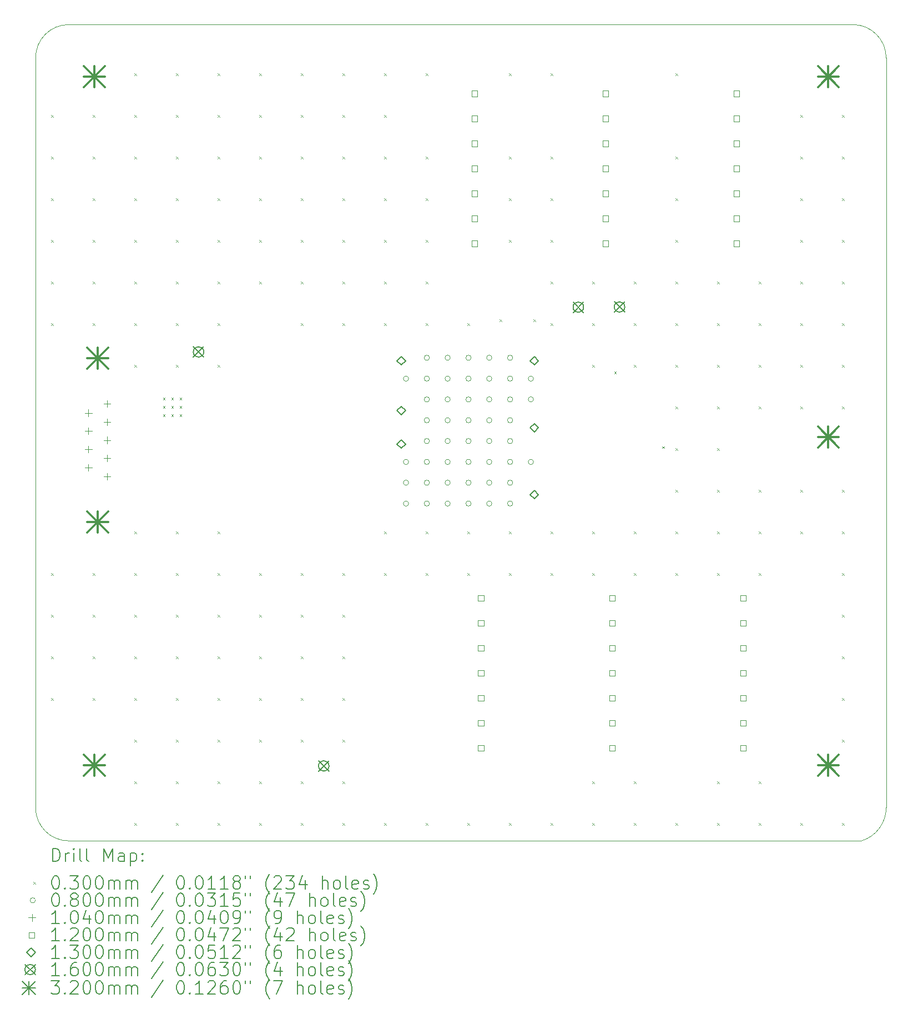
<source format=gbr>
%TF.GenerationSoftware,KiCad,Pcbnew,8.0.6*%
%TF.CreationDate,2025-03-03T14:35:41-05:00*%
%TF.ProjectId,SiPM_Bias_BRD_Telem_PWR,5369504d-5f42-4696-9173-5f4252445f54,rev?*%
%TF.SameCoordinates,Original*%
%TF.FileFunction,Drillmap*%
%TF.FilePolarity,Positive*%
%FSLAX45Y45*%
G04 Gerber Fmt 4.5, Leading zero omitted, Abs format (unit mm)*
G04 Created by KiCad (PCBNEW 8.0.6) date 2025-03-03 14:35:41*
%MOMM*%
%LPD*%
G01*
G04 APERTURE LIST*
%ADD10C,0.050000*%
%ADD11C,0.200000*%
%ADD12C,0.100000*%
%ADD13C,0.104000*%
%ADD14C,0.120000*%
%ADD15C,0.130000*%
%ADD16C,0.160000*%
%ADD17C,0.320000*%
G04 APERTURE END LIST*
D10*
X35581790Y-19558000D02*
X35581790Y-13716000D01*
X23114000Y-25654000D02*
G75*
G02*
X22606000Y-25146000I0J508000D01*
G01*
X35582368Y-25146000D02*
G75*
G02*
X35204400Y-25654000I-530368J0D01*
G01*
X22606000Y-19558000D02*
X22606000Y-13716000D01*
X34798000Y-25654000D02*
X35052000Y-25654000D01*
X34798000Y-25654000D02*
X23114000Y-25654000D01*
X35204400Y-25654000D02*
X35052000Y-25654000D01*
X23114000Y-13208000D02*
X35073790Y-13208000D01*
X35073790Y-13208000D02*
G75*
G02*
X35581790Y-13716000I0J-508000D01*
G01*
X22606000Y-13716000D02*
G75*
G02*
X23114000Y-13208000I508000J0D01*
G01*
X22606000Y-25146000D02*
X22606000Y-19558000D01*
X35581790Y-25146000D02*
X35581790Y-19558000D01*
D11*
D12*
X22845000Y-14590000D02*
X22875000Y-14620000D01*
X22875000Y-14590000D02*
X22845000Y-14620000D01*
X22845000Y-15225000D02*
X22875000Y-15255000D01*
X22875000Y-15225000D02*
X22845000Y-15255000D01*
X22845000Y-15860000D02*
X22875000Y-15890000D01*
X22875000Y-15860000D02*
X22845000Y-15890000D01*
X22845000Y-16495000D02*
X22875000Y-16525000D01*
X22875000Y-16495000D02*
X22845000Y-16525000D01*
X22845000Y-17130000D02*
X22875000Y-17160000D01*
X22875000Y-17130000D02*
X22845000Y-17160000D01*
X22845000Y-17765000D02*
X22875000Y-17795000D01*
X22875000Y-17765000D02*
X22845000Y-17795000D01*
X22845000Y-21575000D02*
X22875000Y-21605000D01*
X22875000Y-21575000D02*
X22845000Y-21605000D01*
X22845000Y-22210000D02*
X22875000Y-22240000D01*
X22875000Y-22210000D02*
X22845000Y-22240000D01*
X22845000Y-22845000D02*
X22875000Y-22875000D01*
X22875000Y-22845000D02*
X22845000Y-22875000D01*
X22845000Y-23480000D02*
X22875000Y-23510000D01*
X22875000Y-23480000D02*
X22845000Y-23510000D01*
X23480000Y-14590000D02*
X23510000Y-14620000D01*
X23510000Y-14590000D02*
X23480000Y-14620000D01*
X23480000Y-15225000D02*
X23510000Y-15255000D01*
X23510000Y-15225000D02*
X23480000Y-15255000D01*
X23480000Y-15860000D02*
X23510000Y-15890000D01*
X23510000Y-15860000D02*
X23480000Y-15890000D01*
X23480000Y-16495000D02*
X23510000Y-16525000D01*
X23510000Y-16495000D02*
X23480000Y-16525000D01*
X23480000Y-17130000D02*
X23510000Y-17160000D01*
X23510000Y-17130000D02*
X23480000Y-17160000D01*
X23480000Y-17765000D02*
X23510000Y-17795000D01*
X23510000Y-17765000D02*
X23480000Y-17795000D01*
X23480000Y-21575000D02*
X23510000Y-21605000D01*
X23510000Y-21575000D02*
X23480000Y-21605000D01*
X23480000Y-22210000D02*
X23510000Y-22240000D01*
X23510000Y-22210000D02*
X23480000Y-22240000D01*
X23480000Y-22845000D02*
X23510000Y-22875000D01*
X23510000Y-22845000D02*
X23480000Y-22875000D01*
X23480000Y-23480000D02*
X23510000Y-23510000D01*
X23510000Y-23480000D02*
X23480000Y-23510000D01*
X24115000Y-13955000D02*
X24145000Y-13985000D01*
X24145000Y-13955000D02*
X24115000Y-13985000D01*
X24115000Y-14590000D02*
X24145000Y-14620000D01*
X24145000Y-14590000D02*
X24115000Y-14620000D01*
X24115000Y-15225000D02*
X24145000Y-15255000D01*
X24145000Y-15225000D02*
X24115000Y-15255000D01*
X24115000Y-15860000D02*
X24145000Y-15890000D01*
X24145000Y-15860000D02*
X24115000Y-15890000D01*
X24115000Y-16495000D02*
X24145000Y-16525000D01*
X24145000Y-16495000D02*
X24115000Y-16525000D01*
X24115000Y-17130000D02*
X24145000Y-17160000D01*
X24145000Y-17130000D02*
X24115000Y-17160000D01*
X24115000Y-17765000D02*
X24145000Y-17795000D01*
X24145000Y-17765000D02*
X24115000Y-17795000D01*
X24115000Y-18400000D02*
X24145000Y-18430000D01*
X24145000Y-18400000D02*
X24115000Y-18430000D01*
X24115000Y-20940000D02*
X24145000Y-20970000D01*
X24145000Y-20940000D02*
X24115000Y-20970000D01*
X24115000Y-21575000D02*
X24145000Y-21605000D01*
X24145000Y-21575000D02*
X24115000Y-21605000D01*
X24115000Y-22210000D02*
X24145000Y-22240000D01*
X24145000Y-22210000D02*
X24115000Y-22240000D01*
X24115000Y-22845000D02*
X24145000Y-22875000D01*
X24145000Y-22845000D02*
X24115000Y-22875000D01*
X24115000Y-23480000D02*
X24145000Y-23510000D01*
X24145000Y-23480000D02*
X24115000Y-23510000D01*
X24115000Y-24115000D02*
X24145000Y-24145000D01*
X24145000Y-24115000D02*
X24115000Y-24145000D01*
X24115000Y-24750000D02*
X24145000Y-24780000D01*
X24145000Y-24750000D02*
X24115000Y-24780000D01*
X24115000Y-25385000D02*
X24145000Y-25415000D01*
X24145000Y-25385000D02*
X24115000Y-25415000D01*
X24552000Y-18898000D02*
X24582000Y-18928000D01*
X24582000Y-18898000D02*
X24552000Y-18928000D01*
X24552000Y-19025000D02*
X24582000Y-19055000D01*
X24582000Y-19025000D02*
X24552000Y-19055000D01*
X24552000Y-19152000D02*
X24582000Y-19182000D01*
X24582000Y-19152000D02*
X24552000Y-19182000D01*
X24679000Y-18898000D02*
X24709000Y-18928000D01*
X24709000Y-18898000D02*
X24679000Y-18928000D01*
X24679000Y-19025000D02*
X24709000Y-19055000D01*
X24709000Y-19025000D02*
X24679000Y-19055000D01*
X24679000Y-19152000D02*
X24709000Y-19182000D01*
X24709000Y-19152000D02*
X24679000Y-19182000D01*
X24750000Y-13955000D02*
X24780000Y-13985000D01*
X24780000Y-13955000D02*
X24750000Y-13985000D01*
X24750000Y-14590000D02*
X24780000Y-14620000D01*
X24780000Y-14590000D02*
X24750000Y-14620000D01*
X24750000Y-15225000D02*
X24780000Y-15255000D01*
X24780000Y-15225000D02*
X24750000Y-15255000D01*
X24750000Y-15860000D02*
X24780000Y-15890000D01*
X24780000Y-15860000D02*
X24750000Y-15890000D01*
X24750000Y-16495000D02*
X24780000Y-16525000D01*
X24780000Y-16495000D02*
X24750000Y-16525000D01*
X24750000Y-17130000D02*
X24780000Y-17160000D01*
X24780000Y-17130000D02*
X24750000Y-17160000D01*
X24750000Y-17765000D02*
X24780000Y-17795000D01*
X24780000Y-17765000D02*
X24750000Y-17795000D01*
X24750000Y-18400000D02*
X24780000Y-18430000D01*
X24780000Y-18400000D02*
X24750000Y-18430000D01*
X24750000Y-20940000D02*
X24780000Y-20970000D01*
X24780000Y-20940000D02*
X24750000Y-20970000D01*
X24750000Y-21575000D02*
X24780000Y-21605000D01*
X24780000Y-21575000D02*
X24750000Y-21605000D01*
X24750000Y-22210000D02*
X24780000Y-22240000D01*
X24780000Y-22210000D02*
X24750000Y-22240000D01*
X24750000Y-22845000D02*
X24780000Y-22875000D01*
X24780000Y-22845000D02*
X24750000Y-22875000D01*
X24750000Y-23480000D02*
X24780000Y-23510000D01*
X24780000Y-23480000D02*
X24750000Y-23510000D01*
X24750000Y-24115000D02*
X24780000Y-24145000D01*
X24780000Y-24115000D02*
X24750000Y-24145000D01*
X24750000Y-24750000D02*
X24780000Y-24780000D01*
X24780000Y-24750000D02*
X24750000Y-24780000D01*
X24750000Y-25385000D02*
X24780000Y-25415000D01*
X24780000Y-25385000D02*
X24750000Y-25415000D01*
X24806000Y-18898000D02*
X24836000Y-18928000D01*
X24836000Y-18898000D02*
X24806000Y-18928000D01*
X24806000Y-19025000D02*
X24836000Y-19055000D01*
X24836000Y-19025000D02*
X24806000Y-19055000D01*
X24806000Y-19152000D02*
X24836000Y-19182000D01*
X24836000Y-19152000D02*
X24806000Y-19182000D01*
X25385000Y-13955000D02*
X25415000Y-13985000D01*
X25415000Y-13955000D02*
X25385000Y-13985000D01*
X25385000Y-14590000D02*
X25415000Y-14620000D01*
X25415000Y-14590000D02*
X25385000Y-14620000D01*
X25385000Y-15225000D02*
X25415000Y-15255000D01*
X25415000Y-15225000D02*
X25385000Y-15255000D01*
X25385000Y-15860000D02*
X25415000Y-15890000D01*
X25415000Y-15860000D02*
X25385000Y-15890000D01*
X25385000Y-16495000D02*
X25415000Y-16525000D01*
X25415000Y-16495000D02*
X25385000Y-16525000D01*
X25385000Y-17130000D02*
X25415000Y-17160000D01*
X25415000Y-17130000D02*
X25385000Y-17160000D01*
X25385000Y-17765000D02*
X25415000Y-17795000D01*
X25415000Y-17765000D02*
X25385000Y-17795000D01*
X25385000Y-18400000D02*
X25415000Y-18430000D01*
X25415000Y-18400000D02*
X25385000Y-18430000D01*
X25385000Y-20940000D02*
X25415000Y-20970000D01*
X25415000Y-20940000D02*
X25385000Y-20970000D01*
X25385000Y-21575000D02*
X25415000Y-21605000D01*
X25415000Y-21575000D02*
X25385000Y-21605000D01*
X25385000Y-22210000D02*
X25415000Y-22240000D01*
X25415000Y-22210000D02*
X25385000Y-22240000D01*
X25385000Y-22845000D02*
X25415000Y-22875000D01*
X25415000Y-22845000D02*
X25385000Y-22875000D01*
X25385000Y-23480000D02*
X25415000Y-23510000D01*
X25415000Y-23480000D02*
X25385000Y-23510000D01*
X25385000Y-24115000D02*
X25415000Y-24145000D01*
X25415000Y-24115000D02*
X25385000Y-24145000D01*
X25385000Y-24750000D02*
X25415000Y-24780000D01*
X25415000Y-24750000D02*
X25385000Y-24780000D01*
X25385000Y-25385000D02*
X25415000Y-25415000D01*
X25415000Y-25385000D02*
X25385000Y-25415000D01*
X26020000Y-13955000D02*
X26050000Y-13985000D01*
X26050000Y-13955000D02*
X26020000Y-13985000D01*
X26020000Y-14590000D02*
X26050000Y-14620000D01*
X26050000Y-14590000D02*
X26020000Y-14620000D01*
X26020000Y-15225000D02*
X26050000Y-15255000D01*
X26050000Y-15225000D02*
X26020000Y-15255000D01*
X26020000Y-15860000D02*
X26050000Y-15890000D01*
X26050000Y-15860000D02*
X26020000Y-15890000D01*
X26020000Y-16495000D02*
X26050000Y-16525000D01*
X26050000Y-16495000D02*
X26020000Y-16525000D01*
X26020000Y-17130000D02*
X26050000Y-17160000D01*
X26050000Y-17130000D02*
X26020000Y-17160000D01*
X26020000Y-21575000D02*
X26050000Y-21605000D01*
X26050000Y-21575000D02*
X26020000Y-21605000D01*
X26020000Y-22210000D02*
X26050000Y-22240000D01*
X26050000Y-22210000D02*
X26020000Y-22240000D01*
X26020000Y-22845000D02*
X26050000Y-22875000D01*
X26050000Y-22845000D02*
X26020000Y-22875000D01*
X26020000Y-23480000D02*
X26050000Y-23510000D01*
X26050000Y-23480000D02*
X26020000Y-23510000D01*
X26020000Y-24115000D02*
X26050000Y-24145000D01*
X26050000Y-24115000D02*
X26020000Y-24145000D01*
X26020000Y-24750000D02*
X26050000Y-24780000D01*
X26050000Y-24750000D02*
X26020000Y-24780000D01*
X26020000Y-25385000D02*
X26050000Y-25415000D01*
X26050000Y-25385000D02*
X26020000Y-25415000D01*
X26655000Y-13955000D02*
X26685000Y-13985000D01*
X26685000Y-13955000D02*
X26655000Y-13985000D01*
X26655000Y-14590000D02*
X26685000Y-14620000D01*
X26685000Y-14590000D02*
X26655000Y-14620000D01*
X26655000Y-15225000D02*
X26685000Y-15255000D01*
X26685000Y-15225000D02*
X26655000Y-15255000D01*
X26655000Y-15860000D02*
X26685000Y-15890000D01*
X26685000Y-15860000D02*
X26655000Y-15890000D01*
X26655000Y-16495000D02*
X26685000Y-16525000D01*
X26685000Y-16495000D02*
X26655000Y-16525000D01*
X26655000Y-17130000D02*
X26685000Y-17160000D01*
X26685000Y-17130000D02*
X26655000Y-17160000D01*
X26655000Y-17765000D02*
X26685000Y-17795000D01*
X26685000Y-17765000D02*
X26655000Y-17795000D01*
X26655000Y-21575000D02*
X26685000Y-21605000D01*
X26685000Y-21575000D02*
X26655000Y-21605000D01*
X26655000Y-22210000D02*
X26685000Y-22240000D01*
X26685000Y-22210000D02*
X26655000Y-22240000D01*
X26655000Y-22845000D02*
X26685000Y-22875000D01*
X26685000Y-22845000D02*
X26655000Y-22875000D01*
X26655000Y-23480000D02*
X26685000Y-23510000D01*
X26685000Y-23480000D02*
X26655000Y-23510000D01*
X26655000Y-24115000D02*
X26685000Y-24145000D01*
X26685000Y-24115000D02*
X26655000Y-24145000D01*
X26655000Y-24750000D02*
X26685000Y-24780000D01*
X26685000Y-24750000D02*
X26655000Y-24780000D01*
X26655000Y-25385000D02*
X26685000Y-25415000D01*
X26685000Y-25385000D02*
X26655000Y-25415000D01*
X27290000Y-13955000D02*
X27320000Y-13985000D01*
X27320000Y-13955000D02*
X27290000Y-13985000D01*
X27290000Y-14590000D02*
X27320000Y-14620000D01*
X27320000Y-14590000D02*
X27290000Y-14620000D01*
X27290000Y-15225000D02*
X27320000Y-15255000D01*
X27320000Y-15225000D02*
X27290000Y-15255000D01*
X27290000Y-15860000D02*
X27320000Y-15890000D01*
X27320000Y-15860000D02*
X27290000Y-15890000D01*
X27290000Y-16495000D02*
X27320000Y-16525000D01*
X27320000Y-16495000D02*
X27290000Y-16525000D01*
X27290000Y-17130000D02*
X27320000Y-17160000D01*
X27320000Y-17130000D02*
X27290000Y-17160000D01*
X27290000Y-17765000D02*
X27320000Y-17795000D01*
X27320000Y-17765000D02*
X27290000Y-17795000D01*
X27290000Y-21575000D02*
X27320000Y-21605000D01*
X27320000Y-21575000D02*
X27290000Y-21605000D01*
X27290000Y-22210000D02*
X27320000Y-22240000D01*
X27320000Y-22210000D02*
X27290000Y-22240000D01*
X27290000Y-22845000D02*
X27320000Y-22875000D01*
X27320000Y-22845000D02*
X27290000Y-22875000D01*
X27290000Y-23480000D02*
X27320000Y-23510000D01*
X27320000Y-23480000D02*
X27290000Y-23510000D01*
X27290000Y-24115000D02*
X27320000Y-24145000D01*
X27320000Y-24115000D02*
X27290000Y-24145000D01*
X27290000Y-24750000D02*
X27320000Y-24780000D01*
X27320000Y-24750000D02*
X27290000Y-24780000D01*
X27290000Y-25385000D02*
X27320000Y-25415000D01*
X27320000Y-25385000D02*
X27290000Y-25415000D01*
X27925000Y-13955000D02*
X27955000Y-13985000D01*
X27955000Y-13955000D02*
X27925000Y-13985000D01*
X27925000Y-14590000D02*
X27955000Y-14620000D01*
X27955000Y-14590000D02*
X27925000Y-14620000D01*
X27925000Y-15225000D02*
X27955000Y-15255000D01*
X27955000Y-15225000D02*
X27925000Y-15255000D01*
X27925000Y-15860000D02*
X27955000Y-15890000D01*
X27955000Y-15860000D02*
X27925000Y-15890000D01*
X27925000Y-16495000D02*
X27955000Y-16525000D01*
X27955000Y-16495000D02*
X27925000Y-16525000D01*
X27925000Y-17130000D02*
X27955000Y-17160000D01*
X27955000Y-17130000D02*
X27925000Y-17160000D01*
X27925000Y-17765000D02*
X27955000Y-17795000D01*
X27955000Y-17765000D02*
X27925000Y-17795000D01*
X27925000Y-20940000D02*
X27955000Y-20970000D01*
X27955000Y-20940000D02*
X27925000Y-20970000D01*
X27925000Y-21575000D02*
X27955000Y-21605000D01*
X27955000Y-21575000D02*
X27925000Y-21605000D01*
X27925000Y-25385000D02*
X27955000Y-25415000D01*
X27955000Y-25385000D02*
X27925000Y-25415000D01*
X28560000Y-13955000D02*
X28590000Y-13985000D01*
X28590000Y-13955000D02*
X28560000Y-13985000D01*
X28560000Y-15225000D02*
X28590000Y-15255000D01*
X28590000Y-15225000D02*
X28560000Y-15255000D01*
X28560000Y-15860000D02*
X28590000Y-15890000D01*
X28590000Y-15860000D02*
X28560000Y-15890000D01*
X28560000Y-16495000D02*
X28590000Y-16525000D01*
X28590000Y-16495000D02*
X28560000Y-16525000D01*
X28560000Y-17130000D02*
X28590000Y-17160000D01*
X28590000Y-17130000D02*
X28560000Y-17160000D01*
X28560000Y-17765000D02*
X28590000Y-17795000D01*
X28590000Y-17765000D02*
X28560000Y-17795000D01*
X28560000Y-20940000D02*
X28590000Y-20970000D01*
X28590000Y-20940000D02*
X28560000Y-20970000D01*
X28560000Y-21575000D02*
X28590000Y-21605000D01*
X28590000Y-21575000D02*
X28560000Y-21605000D01*
X28560000Y-25385000D02*
X28590000Y-25415000D01*
X28590000Y-25385000D02*
X28560000Y-25415000D01*
X29195000Y-17765000D02*
X29225000Y-17795000D01*
X29225000Y-17765000D02*
X29195000Y-17795000D01*
X29195000Y-20940000D02*
X29225000Y-20970000D01*
X29225000Y-20940000D02*
X29195000Y-20970000D01*
X29195000Y-21575000D02*
X29225000Y-21605000D01*
X29225000Y-21575000D02*
X29195000Y-21605000D01*
X29195000Y-25385000D02*
X29225000Y-25415000D01*
X29225000Y-25385000D02*
X29195000Y-25415000D01*
X29685022Y-17704316D02*
X29715022Y-17734316D01*
X29715022Y-17704316D02*
X29685022Y-17734316D01*
X29830000Y-13955000D02*
X29860000Y-13985000D01*
X29860000Y-13955000D02*
X29830000Y-13985000D01*
X29830000Y-15225000D02*
X29860000Y-15255000D01*
X29860000Y-15225000D02*
X29830000Y-15255000D01*
X29830000Y-15860000D02*
X29860000Y-15890000D01*
X29860000Y-15860000D02*
X29830000Y-15890000D01*
X29830000Y-16495000D02*
X29860000Y-16525000D01*
X29860000Y-16495000D02*
X29830000Y-16525000D01*
X29830000Y-20940000D02*
X29860000Y-20970000D01*
X29860000Y-20940000D02*
X29830000Y-20970000D01*
X29830000Y-21575000D02*
X29860000Y-21605000D01*
X29860000Y-21575000D02*
X29830000Y-21605000D01*
X29830000Y-25385000D02*
X29860000Y-25415000D01*
X29860000Y-25385000D02*
X29830000Y-25415000D01*
X30200022Y-17705316D02*
X30230022Y-17735316D01*
X30230022Y-17705316D02*
X30200022Y-17735316D01*
X30465000Y-13955000D02*
X30495000Y-13985000D01*
X30495000Y-13955000D02*
X30465000Y-13985000D01*
X30465000Y-15225000D02*
X30495000Y-15255000D01*
X30495000Y-15225000D02*
X30465000Y-15255000D01*
X30465000Y-15860000D02*
X30495000Y-15890000D01*
X30495000Y-15860000D02*
X30465000Y-15890000D01*
X30465000Y-16495000D02*
X30495000Y-16525000D01*
X30495000Y-16495000D02*
X30465000Y-16525000D01*
X30465000Y-17130000D02*
X30495000Y-17160000D01*
X30495000Y-17130000D02*
X30465000Y-17160000D01*
X30465000Y-17765000D02*
X30495000Y-17795000D01*
X30495000Y-17765000D02*
X30465000Y-17795000D01*
X30465000Y-20940000D02*
X30495000Y-20970000D01*
X30495000Y-20940000D02*
X30465000Y-20970000D01*
X30465000Y-21575000D02*
X30495000Y-21605000D01*
X30495000Y-21575000D02*
X30465000Y-21605000D01*
X30465000Y-25385000D02*
X30495000Y-25415000D01*
X30495000Y-25385000D02*
X30465000Y-25415000D01*
X31100000Y-17130000D02*
X31130000Y-17160000D01*
X31130000Y-17130000D02*
X31100000Y-17160000D01*
X31100000Y-17765000D02*
X31130000Y-17795000D01*
X31130000Y-17765000D02*
X31100000Y-17795000D01*
X31100000Y-18400000D02*
X31130000Y-18430000D01*
X31130000Y-18400000D02*
X31100000Y-18430000D01*
X31100000Y-20940000D02*
X31130000Y-20970000D01*
X31130000Y-20940000D02*
X31100000Y-20970000D01*
X31100000Y-21575000D02*
X31130000Y-21605000D01*
X31130000Y-21575000D02*
X31100000Y-21605000D01*
X31100000Y-24750000D02*
X31130000Y-24780000D01*
X31130000Y-24750000D02*
X31100000Y-24780000D01*
X31100000Y-25385000D02*
X31130000Y-25415000D01*
X31130000Y-25385000D02*
X31100000Y-25415000D01*
X31434000Y-18499250D02*
X31464000Y-18529250D01*
X31464000Y-18499250D02*
X31434000Y-18529250D01*
X31735000Y-17130000D02*
X31765000Y-17160000D01*
X31765000Y-17130000D02*
X31735000Y-17160000D01*
X31735000Y-17765000D02*
X31765000Y-17795000D01*
X31765000Y-17765000D02*
X31735000Y-17795000D01*
X31735000Y-18400000D02*
X31765000Y-18430000D01*
X31765000Y-18400000D02*
X31735000Y-18430000D01*
X31735000Y-20940000D02*
X31765000Y-20970000D01*
X31765000Y-20940000D02*
X31735000Y-20970000D01*
X31735000Y-21575000D02*
X31765000Y-21605000D01*
X31765000Y-21575000D02*
X31735000Y-21605000D01*
X31735000Y-24750000D02*
X31765000Y-24780000D01*
X31765000Y-24750000D02*
X31735000Y-24780000D01*
X31735000Y-25385000D02*
X31765000Y-25415000D01*
X31765000Y-25385000D02*
X31735000Y-25415000D01*
X32165000Y-19639000D02*
X32195000Y-19669000D01*
X32195000Y-19639000D02*
X32165000Y-19669000D01*
X32370000Y-13955000D02*
X32400000Y-13985000D01*
X32400000Y-13955000D02*
X32370000Y-13985000D01*
X32370000Y-15225000D02*
X32400000Y-15255000D01*
X32400000Y-15225000D02*
X32370000Y-15255000D01*
X32370000Y-15860000D02*
X32400000Y-15890000D01*
X32400000Y-15860000D02*
X32370000Y-15890000D01*
X32370000Y-16495000D02*
X32400000Y-16525000D01*
X32400000Y-16495000D02*
X32370000Y-16525000D01*
X32370000Y-17130000D02*
X32400000Y-17160000D01*
X32400000Y-17130000D02*
X32370000Y-17160000D01*
X32370000Y-17765000D02*
X32400000Y-17795000D01*
X32400000Y-17765000D02*
X32370000Y-17795000D01*
X32370000Y-18400000D02*
X32400000Y-18430000D01*
X32400000Y-18400000D02*
X32370000Y-18430000D01*
X32370000Y-19035000D02*
X32400000Y-19065000D01*
X32400000Y-19035000D02*
X32370000Y-19065000D01*
X32370000Y-19670000D02*
X32400000Y-19700000D01*
X32400000Y-19670000D02*
X32370000Y-19700000D01*
X32370000Y-20305000D02*
X32400000Y-20335000D01*
X32400000Y-20305000D02*
X32370000Y-20335000D01*
X32370000Y-20940000D02*
X32400000Y-20970000D01*
X32400000Y-20940000D02*
X32370000Y-20970000D01*
X32370000Y-21575000D02*
X32400000Y-21605000D01*
X32400000Y-21575000D02*
X32370000Y-21605000D01*
X32370000Y-25385000D02*
X32400000Y-25415000D01*
X32400000Y-25385000D02*
X32370000Y-25415000D01*
X33005000Y-17130000D02*
X33035000Y-17160000D01*
X33035000Y-17130000D02*
X33005000Y-17160000D01*
X33005000Y-17765000D02*
X33035000Y-17795000D01*
X33035000Y-17765000D02*
X33005000Y-17795000D01*
X33005000Y-18400000D02*
X33035000Y-18430000D01*
X33035000Y-18400000D02*
X33005000Y-18430000D01*
X33005000Y-19035000D02*
X33035000Y-19065000D01*
X33035000Y-19035000D02*
X33005000Y-19065000D01*
X33005000Y-19670000D02*
X33035000Y-19700000D01*
X33035000Y-19670000D02*
X33005000Y-19700000D01*
X33005000Y-20305000D02*
X33035000Y-20335000D01*
X33035000Y-20305000D02*
X33005000Y-20335000D01*
X33005000Y-20940000D02*
X33035000Y-20970000D01*
X33035000Y-20940000D02*
X33005000Y-20970000D01*
X33005000Y-21575000D02*
X33035000Y-21605000D01*
X33035000Y-21575000D02*
X33005000Y-21605000D01*
X33005000Y-24750000D02*
X33035000Y-24780000D01*
X33035000Y-24750000D02*
X33005000Y-24780000D01*
X33005000Y-25385000D02*
X33035000Y-25415000D01*
X33035000Y-25385000D02*
X33005000Y-25415000D01*
X33640000Y-17130000D02*
X33670000Y-17160000D01*
X33670000Y-17130000D02*
X33640000Y-17160000D01*
X33640000Y-17765000D02*
X33670000Y-17795000D01*
X33670000Y-17765000D02*
X33640000Y-17795000D01*
X33640000Y-18400000D02*
X33670000Y-18430000D01*
X33670000Y-18400000D02*
X33640000Y-18430000D01*
X33640000Y-19035000D02*
X33670000Y-19065000D01*
X33670000Y-19035000D02*
X33640000Y-19065000D01*
X33640000Y-20305000D02*
X33670000Y-20335000D01*
X33670000Y-20305000D02*
X33640000Y-20335000D01*
X33640000Y-20940000D02*
X33670000Y-20970000D01*
X33670000Y-20940000D02*
X33640000Y-20970000D01*
X33640000Y-21575000D02*
X33670000Y-21605000D01*
X33670000Y-21575000D02*
X33640000Y-21605000D01*
X33640000Y-24750000D02*
X33670000Y-24780000D01*
X33670000Y-24750000D02*
X33640000Y-24780000D01*
X33640000Y-25385000D02*
X33670000Y-25415000D01*
X33670000Y-25385000D02*
X33640000Y-25415000D01*
X34275000Y-14590000D02*
X34305000Y-14620000D01*
X34305000Y-14590000D02*
X34275000Y-14620000D01*
X34275000Y-15225000D02*
X34305000Y-15255000D01*
X34305000Y-15225000D02*
X34275000Y-15255000D01*
X34275000Y-15860000D02*
X34305000Y-15890000D01*
X34305000Y-15860000D02*
X34275000Y-15890000D01*
X34275000Y-16495000D02*
X34305000Y-16525000D01*
X34305000Y-16495000D02*
X34275000Y-16525000D01*
X34275000Y-17130000D02*
X34305000Y-17160000D01*
X34305000Y-17130000D02*
X34275000Y-17160000D01*
X34275000Y-17765000D02*
X34305000Y-17795000D01*
X34305000Y-17765000D02*
X34275000Y-17795000D01*
X34275000Y-18400000D02*
X34305000Y-18430000D01*
X34305000Y-18400000D02*
X34275000Y-18430000D01*
X34275000Y-19035000D02*
X34305000Y-19065000D01*
X34305000Y-19035000D02*
X34275000Y-19065000D01*
X34275000Y-20305000D02*
X34305000Y-20335000D01*
X34305000Y-20305000D02*
X34275000Y-20335000D01*
X34275000Y-20940000D02*
X34305000Y-20970000D01*
X34305000Y-20940000D02*
X34275000Y-20970000D01*
X34275000Y-25385000D02*
X34305000Y-25415000D01*
X34305000Y-25385000D02*
X34275000Y-25415000D01*
X34910000Y-14590000D02*
X34940000Y-14620000D01*
X34940000Y-14590000D02*
X34910000Y-14620000D01*
X34910000Y-15225000D02*
X34940000Y-15255000D01*
X34940000Y-15225000D02*
X34910000Y-15255000D01*
X34910000Y-15860000D02*
X34940000Y-15890000D01*
X34940000Y-15860000D02*
X34910000Y-15890000D01*
X34910000Y-16495000D02*
X34940000Y-16525000D01*
X34940000Y-16495000D02*
X34910000Y-16525000D01*
X34910000Y-17130000D02*
X34940000Y-17160000D01*
X34940000Y-17130000D02*
X34910000Y-17160000D01*
X34910000Y-17765000D02*
X34940000Y-17795000D01*
X34940000Y-17765000D02*
X34910000Y-17795000D01*
X34910000Y-18400000D02*
X34940000Y-18430000D01*
X34940000Y-18400000D02*
X34910000Y-18430000D01*
X34910000Y-19035000D02*
X34940000Y-19065000D01*
X34940000Y-19035000D02*
X34910000Y-19065000D01*
X34910000Y-20305000D02*
X34940000Y-20335000D01*
X34940000Y-20305000D02*
X34910000Y-20335000D01*
X34910000Y-20940000D02*
X34940000Y-20970000D01*
X34940000Y-20940000D02*
X34910000Y-20970000D01*
X34910000Y-21575000D02*
X34940000Y-21605000D01*
X34940000Y-21575000D02*
X34910000Y-21605000D01*
X34910000Y-22210000D02*
X34940000Y-22240000D01*
X34940000Y-22210000D02*
X34910000Y-22240000D01*
X34910000Y-22845000D02*
X34940000Y-22875000D01*
X34940000Y-22845000D02*
X34910000Y-22875000D01*
X34910000Y-23480000D02*
X34940000Y-23510000D01*
X34940000Y-23480000D02*
X34910000Y-23510000D01*
X34910000Y-24115000D02*
X34940000Y-24145000D01*
X34940000Y-24115000D02*
X34910000Y-24145000D01*
X34910000Y-25385000D02*
X34940000Y-25415000D01*
X34940000Y-25385000D02*
X34910000Y-25415000D01*
X28297500Y-18605500D02*
G75*
G02*
X28217500Y-18605500I-40000J0D01*
G01*
X28217500Y-18605500D02*
G75*
G02*
X28297500Y-18605500I40000J0D01*
G01*
X28297500Y-19875500D02*
G75*
G02*
X28217500Y-19875500I-40000J0D01*
G01*
X28217500Y-19875500D02*
G75*
G02*
X28297500Y-19875500I40000J0D01*
G01*
X28297500Y-20193000D02*
G75*
G02*
X28217500Y-20193000I-40000J0D01*
G01*
X28217500Y-20193000D02*
G75*
G02*
X28297500Y-20193000I40000J0D01*
G01*
X28297500Y-20510500D02*
G75*
G02*
X28217500Y-20510500I-40000J0D01*
G01*
X28217500Y-20510500D02*
G75*
G02*
X28297500Y-20510500I40000J0D01*
G01*
X28615000Y-18288000D02*
G75*
G02*
X28535000Y-18288000I-40000J0D01*
G01*
X28535000Y-18288000D02*
G75*
G02*
X28615000Y-18288000I40000J0D01*
G01*
X28615000Y-18605500D02*
G75*
G02*
X28535000Y-18605500I-40000J0D01*
G01*
X28535000Y-18605500D02*
G75*
G02*
X28615000Y-18605500I40000J0D01*
G01*
X28615000Y-18923000D02*
G75*
G02*
X28535000Y-18923000I-40000J0D01*
G01*
X28535000Y-18923000D02*
G75*
G02*
X28615000Y-18923000I40000J0D01*
G01*
X28615000Y-19240500D02*
G75*
G02*
X28535000Y-19240500I-40000J0D01*
G01*
X28535000Y-19240500D02*
G75*
G02*
X28615000Y-19240500I40000J0D01*
G01*
X28615000Y-19558000D02*
G75*
G02*
X28535000Y-19558000I-40000J0D01*
G01*
X28535000Y-19558000D02*
G75*
G02*
X28615000Y-19558000I40000J0D01*
G01*
X28615000Y-19875500D02*
G75*
G02*
X28535000Y-19875500I-40000J0D01*
G01*
X28535000Y-19875500D02*
G75*
G02*
X28615000Y-19875500I40000J0D01*
G01*
X28615000Y-20193000D02*
G75*
G02*
X28535000Y-20193000I-40000J0D01*
G01*
X28535000Y-20193000D02*
G75*
G02*
X28615000Y-20193000I40000J0D01*
G01*
X28615000Y-20510500D02*
G75*
G02*
X28535000Y-20510500I-40000J0D01*
G01*
X28535000Y-20510500D02*
G75*
G02*
X28615000Y-20510500I40000J0D01*
G01*
X28932500Y-18288000D02*
G75*
G02*
X28852500Y-18288000I-40000J0D01*
G01*
X28852500Y-18288000D02*
G75*
G02*
X28932500Y-18288000I40000J0D01*
G01*
X28932500Y-18605500D02*
G75*
G02*
X28852500Y-18605500I-40000J0D01*
G01*
X28852500Y-18605500D02*
G75*
G02*
X28932500Y-18605500I40000J0D01*
G01*
X28932500Y-18923000D02*
G75*
G02*
X28852500Y-18923000I-40000J0D01*
G01*
X28852500Y-18923000D02*
G75*
G02*
X28932500Y-18923000I40000J0D01*
G01*
X28932500Y-19240500D02*
G75*
G02*
X28852500Y-19240500I-40000J0D01*
G01*
X28852500Y-19240500D02*
G75*
G02*
X28932500Y-19240500I40000J0D01*
G01*
X28932500Y-19558000D02*
G75*
G02*
X28852500Y-19558000I-40000J0D01*
G01*
X28852500Y-19558000D02*
G75*
G02*
X28932500Y-19558000I40000J0D01*
G01*
X28932500Y-19875500D02*
G75*
G02*
X28852500Y-19875500I-40000J0D01*
G01*
X28852500Y-19875500D02*
G75*
G02*
X28932500Y-19875500I40000J0D01*
G01*
X28932500Y-20193000D02*
G75*
G02*
X28852500Y-20193000I-40000J0D01*
G01*
X28852500Y-20193000D02*
G75*
G02*
X28932500Y-20193000I40000J0D01*
G01*
X28932500Y-20510500D02*
G75*
G02*
X28852500Y-20510500I-40000J0D01*
G01*
X28852500Y-20510500D02*
G75*
G02*
X28932500Y-20510500I40000J0D01*
G01*
X29250000Y-18288000D02*
G75*
G02*
X29170000Y-18288000I-40000J0D01*
G01*
X29170000Y-18288000D02*
G75*
G02*
X29250000Y-18288000I40000J0D01*
G01*
X29250000Y-18605500D02*
G75*
G02*
X29170000Y-18605500I-40000J0D01*
G01*
X29170000Y-18605500D02*
G75*
G02*
X29250000Y-18605500I40000J0D01*
G01*
X29250000Y-18923000D02*
G75*
G02*
X29170000Y-18923000I-40000J0D01*
G01*
X29170000Y-18923000D02*
G75*
G02*
X29250000Y-18923000I40000J0D01*
G01*
X29250000Y-19240500D02*
G75*
G02*
X29170000Y-19240500I-40000J0D01*
G01*
X29170000Y-19240500D02*
G75*
G02*
X29250000Y-19240500I40000J0D01*
G01*
X29250000Y-19558000D02*
G75*
G02*
X29170000Y-19558000I-40000J0D01*
G01*
X29170000Y-19558000D02*
G75*
G02*
X29250000Y-19558000I40000J0D01*
G01*
X29250000Y-19875500D02*
G75*
G02*
X29170000Y-19875500I-40000J0D01*
G01*
X29170000Y-19875500D02*
G75*
G02*
X29250000Y-19875500I40000J0D01*
G01*
X29250000Y-20193000D02*
G75*
G02*
X29170000Y-20193000I-40000J0D01*
G01*
X29170000Y-20193000D02*
G75*
G02*
X29250000Y-20193000I40000J0D01*
G01*
X29250000Y-20510500D02*
G75*
G02*
X29170000Y-20510500I-40000J0D01*
G01*
X29170000Y-20510500D02*
G75*
G02*
X29250000Y-20510500I40000J0D01*
G01*
X29567500Y-18288000D02*
G75*
G02*
X29487500Y-18288000I-40000J0D01*
G01*
X29487500Y-18288000D02*
G75*
G02*
X29567500Y-18288000I40000J0D01*
G01*
X29567500Y-18605500D02*
G75*
G02*
X29487500Y-18605500I-40000J0D01*
G01*
X29487500Y-18605500D02*
G75*
G02*
X29567500Y-18605500I40000J0D01*
G01*
X29567500Y-18923000D02*
G75*
G02*
X29487500Y-18923000I-40000J0D01*
G01*
X29487500Y-18923000D02*
G75*
G02*
X29567500Y-18923000I40000J0D01*
G01*
X29567500Y-19240500D02*
G75*
G02*
X29487500Y-19240500I-40000J0D01*
G01*
X29487500Y-19240500D02*
G75*
G02*
X29567500Y-19240500I40000J0D01*
G01*
X29567500Y-19558000D02*
G75*
G02*
X29487500Y-19558000I-40000J0D01*
G01*
X29487500Y-19558000D02*
G75*
G02*
X29567500Y-19558000I40000J0D01*
G01*
X29567500Y-19875500D02*
G75*
G02*
X29487500Y-19875500I-40000J0D01*
G01*
X29487500Y-19875500D02*
G75*
G02*
X29567500Y-19875500I40000J0D01*
G01*
X29567500Y-20193000D02*
G75*
G02*
X29487500Y-20193000I-40000J0D01*
G01*
X29487500Y-20193000D02*
G75*
G02*
X29567500Y-20193000I40000J0D01*
G01*
X29567500Y-20510500D02*
G75*
G02*
X29487500Y-20510500I-40000J0D01*
G01*
X29487500Y-20510500D02*
G75*
G02*
X29567500Y-20510500I40000J0D01*
G01*
X29885000Y-18288000D02*
G75*
G02*
X29805000Y-18288000I-40000J0D01*
G01*
X29805000Y-18288000D02*
G75*
G02*
X29885000Y-18288000I40000J0D01*
G01*
X29885000Y-18605500D02*
G75*
G02*
X29805000Y-18605500I-40000J0D01*
G01*
X29805000Y-18605500D02*
G75*
G02*
X29885000Y-18605500I40000J0D01*
G01*
X29885000Y-18923000D02*
G75*
G02*
X29805000Y-18923000I-40000J0D01*
G01*
X29805000Y-18923000D02*
G75*
G02*
X29885000Y-18923000I40000J0D01*
G01*
X29885000Y-19240500D02*
G75*
G02*
X29805000Y-19240500I-40000J0D01*
G01*
X29805000Y-19240500D02*
G75*
G02*
X29885000Y-19240500I40000J0D01*
G01*
X29885000Y-19558000D02*
G75*
G02*
X29805000Y-19558000I-40000J0D01*
G01*
X29805000Y-19558000D02*
G75*
G02*
X29885000Y-19558000I40000J0D01*
G01*
X29885000Y-19875500D02*
G75*
G02*
X29805000Y-19875500I-40000J0D01*
G01*
X29805000Y-19875500D02*
G75*
G02*
X29885000Y-19875500I40000J0D01*
G01*
X29885000Y-20193000D02*
G75*
G02*
X29805000Y-20193000I-40000J0D01*
G01*
X29805000Y-20193000D02*
G75*
G02*
X29885000Y-20193000I40000J0D01*
G01*
X29885000Y-20510500D02*
G75*
G02*
X29805000Y-20510500I-40000J0D01*
G01*
X29805000Y-20510500D02*
G75*
G02*
X29885000Y-20510500I40000J0D01*
G01*
X30202500Y-18605500D02*
G75*
G02*
X30122500Y-18605500I-40000J0D01*
G01*
X30122500Y-18605500D02*
G75*
G02*
X30202500Y-18605500I40000J0D01*
G01*
X30202500Y-18923000D02*
G75*
G02*
X30122500Y-18923000I-40000J0D01*
G01*
X30122500Y-18923000D02*
G75*
G02*
X30202500Y-18923000I40000J0D01*
G01*
X30202500Y-19875500D02*
G75*
G02*
X30122500Y-19875500I-40000J0D01*
G01*
X30122500Y-19875500D02*
G75*
G02*
X30202500Y-19875500I40000J0D01*
G01*
D13*
X23414000Y-19076500D02*
X23414000Y-19180500D01*
X23362000Y-19128500D02*
X23466000Y-19128500D01*
X23414000Y-19353500D02*
X23414000Y-19457500D01*
X23362000Y-19405500D02*
X23466000Y-19405500D01*
X23414000Y-19630500D02*
X23414000Y-19734500D01*
X23362000Y-19682500D02*
X23466000Y-19682500D01*
X23414000Y-19907500D02*
X23414000Y-20011500D01*
X23362000Y-19959500D02*
X23466000Y-19959500D01*
X23698000Y-18938000D02*
X23698000Y-19042000D01*
X23646000Y-18990000D02*
X23750000Y-18990000D01*
X23698000Y-19215000D02*
X23698000Y-19319000D01*
X23646000Y-19267000D02*
X23750000Y-19267000D01*
X23698000Y-19492000D02*
X23698000Y-19596000D01*
X23646000Y-19544000D02*
X23750000Y-19544000D01*
X23698000Y-19769000D02*
X23698000Y-19873000D01*
X23646000Y-19821000D02*
X23750000Y-19821000D01*
X23698000Y-20046000D02*
X23698000Y-20150000D01*
X23646000Y-20098000D02*
X23750000Y-20098000D01*
D14*
X29342427Y-14302427D02*
X29342427Y-14217573D01*
X29257573Y-14217573D01*
X29257573Y-14302427D01*
X29342427Y-14302427D01*
X29342427Y-14683427D02*
X29342427Y-14598573D01*
X29257573Y-14598573D01*
X29257573Y-14683427D01*
X29342427Y-14683427D01*
X29342427Y-15064427D02*
X29342427Y-14979573D01*
X29257573Y-14979573D01*
X29257573Y-15064427D01*
X29342427Y-15064427D01*
X29342427Y-15445427D02*
X29342427Y-15360573D01*
X29257573Y-15360573D01*
X29257573Y-15445427D01*
X29342427Y-15445427D01*
X29342427Y-15826427D02*
X29342427Y-15741573D01*
X29257573Y-15741573D01*
X29257573Y-15826427D01*
X29342427Y-15826427D01*
X29342427Y-16207427D02*
X29342427Y-16122573D01*
X29257573Y-16122573D01*
X29257573Y-16207427D01*
X29342427Y-16207427D01*
X29342427Y-16588427D02*
X29342427Y-16503573D01*
X29257573Y-16503573D01*
X29257573Y-16588427D01*
X29342427Y-16588427D01*
X29442427Y-21996427D02*
X29442427Y-21911573D01*
X29357573Y-21911573D01*
X29357573Y-21996427D01*
X29442427Y-21996427D01*
X29442427Y-22377427D02*
X29442427Y-22292573D01*
X29357573Y-22292573D01*
X29357573Y-22377427D01*
X29442427Y-22377427D01*
X29442427Y-22758427D02*
X29442427Y-22673573D01*
X29357573Y-22673573D01*
X29357573Y-22758427D01*
X29442427Y-22758427D01*
X29442427Y-23139427D02*
X29442427Y-23054573D01*
X29357573Y-23054573D01*
X29357573Y-23139427D01*
X29442427Y-23139427D01*
X29442427Y-23520427D02*
X29442427Y-23435573D01*
X29357573Y-23435573D01*
X29357573Y-23520427D01*
X29442427Y-23520427D01*
X29442427Y-23901427D02*
X29442427Y-23816573D01*
X29357573Y-23816573D01*
X29357573Y-23901427D01*
X29442427Y-23901427D01*
X29442427Y-24282427D02*
X29442427Y-24197573D01*
X29357573Y-24197573D01*
X29357573Y-24282427D01*
X29442427Y-24282427D01*
X31342427Y-14302427D02*
X31342427Y-14217573D01*
X31257573Y-14217573D01*
X31257573Y-14302427D01*
X31342427Y-14302427D01*
X31342427Y-14683427D02*
X31342427Y-14598573D01*
X31257573Y-14598573D01*
X31257573Y-14683427D01*
X31342427Y-14683427D01*
X31342427Y-15064427D02*
X31342427Y-14979573D01*
X31257573Y-14979573D01*
X31257573Y-15064427D01*
X31342427Y-15064427D01*
X31342427Y-15445427D02*
X31342427Y-15360573D01*
X31257573Y-15360573D01*
X31257573Y-15445427D01*
X31342427Y-15445427D01*
X31342427Y-15826427D02*
X31342427Y-15741573D01*
X31257573Y-15741573D01*
X31257573Y-15826427D01*
X31342427Y-15826427D01*
X31342427Y-16207427D02*
X31342427Y-16122573D01*
X31257573Y-16122573D01*
X31257573Y-16207427D01*
X31342427Y-16207427D01*
X31342427Y-16588427D02*
X31342427Y-16503573D01*
X31257573Y-16503573D01*
X31257573Y-16588427D01*
X31342427Y-16588427D01*
X31442427Y-21996427D02*
X31442427Y-21911573D01*
X31357573Y-21911573D01*
X31357573Y-21996427D01*
X31442427Y-21996427D01*
X31442427Y-22377427D02*
X31442427Y-22292573D01*
X31357573Y-22292573D01*
X31357573Y-22377427D01*
X31442427Y-22377427D01*
X31442427Y-22758427D02*
X31442427Y-22673573D01*
X31357573Y-22673573D01*
X31357573Y-22758427D01*
X31442427Y-22758427D01*
X31442427Y-23139427D02*
X31442427Y-23054573D01*
X31357573Y-23054573D01*
X31357573Y-23139427D01*
X31442427Y-23139427D01*
X31442427Y-23520427D02*
X31442427Y-23435573D01*
X31357573Y-23435573D01*
X31357573Y-23520427D01*
X31442427Y-23520427D01*
X31442427Y-23901427D02*
X31442427Y-23816573D01*
X31357573Y-23816573D01*
X31357573Y-23901427D01*
X31442427Y-23901427D01*
X31442427Y-24282427D02*
X31442427Y-24197573D01*
X31357573Y-24197573D01*
X31357573Y-24282427D01*
X31442427Y-24282427D01*
X33342427Y-14302427D02*
X33342427Y-14217573D01*
X33257573Y-14217573D01*
X33257573Y-14302427D01*
X33342427Y-14302427D01*
X33342427Y-14683427D02*
X33342427Y-14598573D01*
X33257573Y-14598573D01*
X33257573Y-14683427D01*
X33342427Y-14683427D01*
X33342427Y-15064427D02*
X33342427Y-14979573D01*
X33257573Y-14979573D01*
X33257573Y-15064427D01*
X33342427Y-15064427D01*
X33342427Y-15445427D02*
X33342427Y-15360573D01*
X33257573Y-15360573D01*
X33257573Y-15445427D01*
X33342427Y-15445427D01*
X33342427Y-15826427D02*
X33342427Y-15741573D01*
X33257573Y-15741573D01*
X33257573Y-15826427D01*
X33342427Y-15826427D01*
X33342427Y-16207427D02*
X33342427Y-16122573D01*
X33257573Y-16122573D01*
X33257573Y-16207427D01*
X33342427Y-16207427D01*
X33342427Y-16588427D02*
X33342427Y-16503573D01*
X33257573Y-16503573D01*
X33257573Y-16588427D01*
X33342427Y-16588427D01*
X33442427Y-21996427D02*
X33442427Y-21911573D01*
X33357573Y-21911573D01*
X33357573Y-21996427D01*
X33442427Y-21996427D01*
X33442427Y-22377427D02*
X33442427Y-22292573D01*
X33357573Y-22292573D01*
X33357573Y-22377427D01*
X33442427Y-22377427D01*
X33442427Y-22758427D02*
X33442427Y-22673573D01*
X33357573Y-22673573D01*
X33357573Y-22758427D01*
X33442427Y-22758427D01*
X33442427Y-23139427D02*
X33442427Y-23054573D01*
X33357573Y-23054573D01*
X33357573Y-23139427D01*
X33442427Y-23139427D01*
X33442427Y-23520427D02*
X33442427Y-23435573D01*
X33357573Y-23435573D01*
X33357573Y-23520427D01*
X33442427Y-23520427D01*
X33442427Y-23901427D02*
X33442427Y-23816573D01*
X33357573Y-23816573D01*
X33357573Y-23901427D01*
X33442427Y-23901427D01*
X33442427Y-24282427D02*
X33442427Y-24197573D01*
X33357573Y-24197573D01*
X33357573Y-24282427D01*
X33442427Y-24282427D01*
D15*
X28183772Y-18399316D02*
X28248772Y-18334316D01*
X28183772Y-18269316D01*
X28118772Y-18334316D01*
X28183772Y-18399316D01*
X28183772Y-19159316D02*
X28248772Y-19094316D01*
X28183772Y-19029316D01*
X28118772Y-19094316D01*
X28183772Y-19159316D01*
X28183772Y-19669316D02*
X28248772Y-19604316D01*
X28183772Y-19539316D01*
X28118772Y-19604316D01*
X28183772Y-19669316D01*
X30213772Y-18399316D02*
X30278772Y-18334316D01*
X30213772Y-18269316D01*
X30148772Y-18334316D01*
X30213772Y-18399316D01*
X30213772Y-19419316D02*
X30278772Y-19354316D01*
X30213772Y-19289316D01*
X30148772Y-19354316D01*
X30213772Y-19419316D01*
X30213772Y-20439316D02*
X30278772Y-20374316D01*
X30213772Y-20309316D01*
X30148772Y-20374316D01*
X30213772Y-20439316D01*
D16*
X25013000Y-18119000D02*
X25173000Y-18279000D01*
X25173000Y-18119000D02*
X25013000Y-18279000D01*
X25173000Y-18199000D02*
G75*
G02*
X25013000Y-18199000I-80000J0D01*
G01*
X25013000Y-18199000D02*
G75*
G02*
X25173000Y-18199000I80000J0D01*
G01*
X26923000Y-24431000D02*
X27083000Y-24591000D01*
X27083000Y-24431000D02*
X26923000Y-24591000D01*
X27083000Y-24511000D02*
G75*
G02*
X26923000Y-24511000I-80000J0D01*
G01*
X26923000Y-24511000D02*
G75*
G02*
X27083000Y-24511000I80000J0D01*
G01*
X30806000Y-17436000D02*
X30966000Y-17596000D01*
X30966000Y-17436000D02*
X30806000Y-17596000D01*
X30966000Y-17516000D02*
G75*
G02*
X30806000Y-17516000I-80000J0D01*
G01*
X30806000Y-17516000D02*
G75*
G02*
X30966000Y-17516000I80000J0D01*
G01*
X31435000Y-17434000D02*
X31595000Y-17594000D01*
X31595000Y-17434000D02*
X31435000Y-17594000D01*
X31595000Y-17514000D02*
G75*
G02*
X31435000Y-17514000I-80000J0D01*
G01*
X31435000Y-17514000D02*
G75*
G02*
X31595000Y-17514000I80000J0D01*
G01*
D17*
X23340000Y-13840000D02*
X23660000Y-14160000D01*
X23660000Y-13840000D02*
X23340000Y-14160000D01*
X23500000Y-13840000D02*
X23500000Y-14160000D01*
X23340000Y-14000000D02*
X23660000Y-14000000D01*
X23340000Y-24340000D02*
X23660000Y-24660000D01*
X23660000Y-24340000D02*
X23340000Y-24660000D01*
X23500000Y-24340000D02*
X23500000Y-24660000D01*
X23340000Y-24500000D02*
X23660000Y-24500000D01*
X23396000Y-18134000D02*
X23716000Y-18454000D01*
X23716000Y-18134000D02*
X23396000Y-18454000D01*
X23556000Y-18134000D02*
X23556000Y-18454000D01*
X23396000Y-18294000D02*
X23716000Y-18294000D01*
X23396000Y-20634000D02*
X23716000Y-20954000D01*
X23716000Y-20634000D02*
X23396000Y-20954000D01*
X23556000Y-20634000D02*
X23556000Y-20954000D01*
X23396000Y-20794000D02*
X23716000Y-20794000D01*
X34540000Y-13840000D02*
X34860000Y-14160000D01*
X34860000Y-13840000D02*
X34540000Y-14160000D01*
X34700000Y-13840000D02*
X34700000Y-14160000D01*
X34540000Y-14000000D02*
X34860000Y-14000000D01*
X34540000Y-19340000D02*
X34860000Y-19660000D01*
X34860000Y-19340000D02*
X34540000Y-19660000D01*
X34700000Y-19340000D02*
X34700000Y-19660000D01*
X34540000Y-19500000D02*
X34860000Y-19500000D01*
X34540000Y-24340000D02*
X34860000Y-24660000D01*
X34860000Y-24340000D02*
X34540000Y-24660000D01*
X34700000Y-24340000D02*
X34700000Y-24660000D01*
X34540000Y-24500000D02*
X34860000Y-24500000D01*
D11*
X22864277Y-25967984D02*
X22864277Y-25767984D01*
X22864277Y-25767984D02*
X22911896Y-25767984D01*
X22911896Y-25767984D02*
X22940467Y-25777508D01*
X22940467Y-25777508D02*
X22959515Y-25796555D01*
X22959515Y-25796555D02*
X22969039Y-25815603D01*
X22969039Y-25815603D02*
X22978562Y-25853698D01*
X22978562Y-25853698D02*
X22978562Y-25882269D01*
X22978562Y-25882269D02*
X22969039Y-25920365D01*
X22969039Y-25920365D02*
X22959515Y-25939412D01*
X22959515Y-25939412D02*
X22940467Y-25958460D01*
X22940467Y-25958460D02*
X22911896Y-25967984D01*
X22911896Y-25967984D02*
X22864277Y-25967984D01*
X23064277Y-25967984D02*
X23064277Y-25834650D01*
X23064277Y-25872746D02*
X23073801Y-25853698D01*
X23073801Y-25853698D02*
X23083324Y-25844174D01*
X23083324Y-25844174D02*
X23102372Y-25834650D01*
X23102372Y-25834650D02*
X23121420Y-25834650D01*
X23188086Y-25967984D02*
X23188086Y-25834650D01*
X23188086Y-25767984D02*
X23178562Y-25777508D01*
X23178562Y-25777508D02*
X23188086Y-25787031D01*
X23188086Y-25787031D02*
X23197610Y-25777508D01*
X23197610Y-25777508D02*
X23188086Y-25767984D01*
X23188086Y-25767984D02*
X23188086Y-25787031D01*
X23311896Y-25967984D02*
X23292848Y-25958460D01*
X23292848Y-25958460D02*
X23283324Y-25939412D01*
X23283324Y-25939412D02*
X23283324Y-25767984D01*
X23416658Y-25967984D02*
X23397610Y-25958460D01*
X23397610Y-25958460D02*
X23388086Y-25939412D01*
X23388086Y-25939412D02*
X23388086Y-25767984D01*
X23645229Y-25967984D02*
X23645229Y-25767984D01*
X23645229Y-25767984D02*
X23711896Y-25910841D01*
X23711896Y-25910841D02*
X23778562Y-25767984D01*
X23778562Y-25767984D02*
X23778562Y-25967984D01*
X23959515Y-25967984D02*
X23959515Y-25863222D01*
X23959515Y-25863222D02*
X23949991Y-25844174D01*
X23949991Y-25844174D02*
X23930943Y-25834650D01*
X23930943Y-25834650D02*
X23892848Y-25834650D01*
X23892848Y-25834650D02*
X23873801Y-25844174D01*
X23959515Y-25958460D02*
X23940467Y-25967984D01*
X23940467Y-25967984D02*
X23892848Y-25967984D01*
X23892848Y-25967984D02*
X23873801Y-25958460D01*
X23873801Y-25958460D02*
X23864277Y-25939412D01*
X23864277Y-25939412D02*
X23864277Y-25920365D01*
X23864277Y-25920365D02*
X23873801Y-25901317D01*
X23873801Y-25901317D02*
X23892848Y-25891793D01*
X23892848Y-25891793D02*
X23940467Y-25891793D01*
X23940467Y-25891793D02*
X23959515Y-25882269D01*
X24054753Y-25834650D02*
X24054753Y-26034650D01*
X24054753Y-25844174D02*
X24073801Y-25834650D01*
X24073801Y-25834650D02*
X24111896Y-25834650D01*
X24111896Y-25834650D02*
X24130943Y-25844174D01*
X24130943Y-25844174D02*
X24140467Y-25853698D01*
X24140467Y-25853698D02*
X24149991Y-25872746D01*
X24149991Y-25872746D02*
X24149991Y-25929888D01*
X24149991Y-25929888D02*
X24140467Y-25948936D01*
X24140467Y-25948936D02*
X24130943Y-25958460D01*
X24130943Y-25958460D02*
X24111896Y-25967984D01*
X24111896Y-25967984D02*
X24073801Y-25967984D01*
X24073801Y-25967984D02*
X24054753Y-25958460D01*
X24235705Y-25948936D02*
X24245229Y-25958460D01*
X24245229Y-25958460D02*
X24235705Y-25967984D01*
X24235705Y-25967984D02*
X24226182Y-25958460D01*
X24226182Y-25958460D02*
X24235705Y-25948936D01*
X24235705Y-25948936D02*
X24235705Y-25967984D01*
X24235705Y-25844174D02*
X24245229Y-25853698D01*
X24245229Y-25853698D02*
X24235705Y-25863222D01*
X24235705Y-25863222D02*
X24226182Y-25853698D01*
X24226182Y-25853698D02*
X24235705Y-25844174D01*
X24235705Y-25844174D02*
X24235705Y-25863222D01*
D12*
X22573500Y-26281500D02*
X22603500Y-26311500D01*
X22603500Y-26281500D02*
X22573500Y-26311500D01*
D11*
X22902372Y-26187984D02*
X22921420Y-26187984D01*
X22921420Y-26187984D02*
X22940467Y-26197508D01*
X22940467Y-26197508D02*
X22949991Y-26207031D01*
X22949991Y-26207031D02*
X22959515Y-26226079D01*
X22959515Y-26226079D02*
X22969039Y-26264174D01*
X22969039Y-26264174D02*
X22969039Y-26311793D01*
X22969039Y-26311793D02*
X22959515Y-26349888D01*
X22959515Y-26349888D02*
X22949991Y-26368936D01*
X22949991Y-26368936D02*
X22940467Y-26378460D01*
X22940467Y-26378460D02*
X22921420Y-26387984D01*
X22921420Y-26387984D02*
X22902372Y-26387984D01*
X22902372Y-26387984D02*
X22883324Y-26378460D01*
X22883324Y-26378460D02*
X22873801Y-26368936D01*
X22873801Y-26368936D02*
X22864277Y-26349888D01*
X22864277Y-26349888D02*
X22854753Y-26311793D01*
X22854753Y-26311793D02*
X22854753Y-26264174D01*
X22854753Y-26264174D02*
X22864277Y-26226079D01*
X22864277Y-26226079D02*
X22873801Y-26207031D01*
X22873801Y-26207031D02*
X22883324Y-26197508D01*
X22883324Y-26197508D02*
X22902372Y-26187984D01*
X23054753Y-26368936D02*
X23064277Y-26378460D01*
X23064277Y-26378460D02*
X23054753Y-26387984D01*
X23054753Y-26387984D02*
X23045229Y-26378460D01*
X23045229Y-26378460D02*
X23054753Y-26368936D01*
X23054753Y-26368936D02*
X23054753Y-26387984D01*
X23130943Y-26187984D02*
X23254753Y-26187984D01*
X23254753Y-26187984D02*
X23188086Y-26264174D01*
X23188086Y-26264174D02*
X23216658Y-26264174D01*
X23216658Y-26264174D02*
X23235705Y-26273698D01*
X23235705Y-26273698D02*
X23245229Y-26283222D01*
X23245229Y-26283222D02*
X23254753Y-26302269D01*
X23254753Y-26302269D02*
X23254753Y-26349888D01*
X23254753Y-26349888D02*
X23245229Y-26368936D01*
X23245229Y-26368936D02*
X23235705Y-26378460D01*
X23235705Y-26378460D02*
X23216658Y-26387984D01*
X23216658Y-26387984D02*
X23159515Y-26387984D01*
X23159515Y-26387984D02*
X23140467Y-26378460D01*
X23140467Y-26378460D02*
X23130943Y-26368936D01*
X23378562Y-26187984D02*
X23397610Y-26187984D01*
X23397610Y-26187984D02*
X23416658Y-26197508D01*
X23416658Y-26197508D02*
X23426182Y-26207031D01*
X23426182Y-26207031D02*
X23435705Y-26226079D01*
X23435705Y-26226079D02*
X23445229Y-26264174D01*
X23445229Y-26264174D02*
X23445229Y-26311793D01*
X23445229Y-26311793D02*
X23435705Y-26349888D01*
X23435705Y-26349888D02*
X23426182Y-26368936D01*
X23426182Y-26368936D02*
X23416658Y-26378460D01*
X23416658Y-26378460D02*
X23397610Y-26387984D01*
X23397610Y-26387984D02*
X23378562Y-26387984D01*
X23378562Y-26387984D02*
X23359515Y-26378460D01*
X23359515Y-26378460D02*
X23349991Y-26368936D01*
X23349991Y-26368936D02*
X23340467Y-26349888D01*
X23340467Y-26349888D02*
X23330943Y-26311793D01*
X23330943Y-26311793D02*
X23330943Y-26264174D01*
X23330943Y-26264174D02*
X23340467Y-26226079D01*
X23340467Y-26226079D02*
X23349991Y-26207031D01*
X23349991Y-26207031D02*
X23359515Y-26197508D01*
X23359515Y-26197508D02*
X23378562Y-26187984D01*
X23569039Y-26187984D02*
X23588086Y-26187984D01*
X23588086Y-26187984D02*
X23607134Y-26197508D01*
X23607134Y-26197508D02*
X23616658Y-26207031D01*
X23616658Y-26207031D02*
X23626182Y-26226079D01*
X23626182Y-26226079D02*
X23635705Y-26264174D01*
X23635705Y-26264174D02*
X23635705Y-26311793D01*
X23635705Y-26311793D02*
X23626182Y-26349888D01*
X23626182Y-26349888D02*
X23616658Y-26368936D01*
X23616658Y-26368936D02*
X23607134Y-26378460D01*
X23607134Y-26378460D02*
X23588086Y-26387984D01*
X23588086Y-26387984D02*
X23569039Y-26387984D01*
X23569039Y-26387984D02*
X23549991Y-26378460D01*
X23549991Y-26378460D02*
X23540467Y-26368936D01*
X23540467Y-26368936D02*
X23530943Y-26349888D01*
X23530943Y-26349888D02*
X23521420Y-26311793D01*
X23521420Y-26311793D02*
X23521420Y-26264174D01*
X23521420Y-26264174D02*
X23530943Y-26226079D01*
X23530943Y-26226079D02*
X23540467Y-26207031D01*
X23540467Y-26207031D02*
X23549991Y-26197508D01*
X23549991Y-26197508D02*
X23569039Y-26187984D01*
X23721420Y-26387984D02*
X23721420Y-26254650D01*
X23721420Y-26273698D02*
X23730943Y-26264174D01*
X23730943Y-26264174D02*
X23749991Y-26254650D01*
X23749991Y-26254650D02*
X23778563Y-26254650D01*
X23778563Y-26254650D02*
X23797610Y-26264174D01*
X23797610Y-26264174D02*
X23807134Y-26283222D01*
X23807134Y-26283222D02*
X23807134Y-26387984D01*
X23807134Y-26283222D02*
X23816658Y-26264174D01*
X23816658Y-26264174D02*
X23835705Y-26254650D01*
X23835705Y-26254650D02*
X23864277Y-26254650D01*
X23864277Y-26254650D02*
X23883324Y-26264174D01*
X23883324Y-26264174D02*
X23892848Y-26283222D01*
X23892848Y-26283222D02*
X23892848Y-26387984D01*
X23988086Y-26387984D02*
X23988086Y-26254650D01*
X23988086Y-26273698D02*
X23997610Y-26264174D01*
X23997610Y-26264174D02*
X24016658Y-26254650D01*
X24016658Y-26254650D02*
X24045229Y-26254650D01*
X24045229Y-26254650D02*
X24064277Y-26264174D01*
X24064277Y-26264174D02*
X24073801Y-26283222D01*
X24073801Y-26283222D02*
X24073801Y-26387984D01*
X24073801Y-26283222D02*
X24083324Y-26264174D01*
X24083324Y-26264174D02*
X24102372Y-26254650D01*
X24102372Y-26254650D02*
X24130943Y-26254650D01*
X24130943Y-26254650D02*
X24149991Y-26264174D01*
X24149991Y-26264174D02*
X24159515Y-26283222D01*
X24159515Y-26283222D02*
X24159515Y-26387984D01*
X24549991Y-26178460D02*
X24378563Y-26435603D01*
X24807134Y-26187984D02*
X24826182Y-26187984D01*
X24826182Y-26187984D02*
X24845229Y-26197508D01*
X24845229Y-26197508D02*
X24854753Y-26207031D01*
X24854753Y-26207031D02*
X24864277Y-26226079D01*
X24864277Y-26226079D02*
X24873801Y-26264174D01*
X24873801Y-26264174D02*
X24873801Y-26311793D01*
X24873801Y-26311793D02*
X24864277Y-26349888D01*
X24864277Y-26349888D02*
X24854753Y-26368936D01*
X24854753Y-26368936D02*
X24845229Y-26378460D01*
X24845229Y-26378460D02*
X24826182Y-26387984D01*
X24826182Y-26387984D02*
X24807134Y-26387984D01*
X24807134Y-26387984D02*
X24788086Y-26378460D01*
X24788086Y-26378460D02*
X24778563Y-26368936D01*
X24778563Y-26368936D02*
X24769039Y-26349888D01*
X24769039Y-26349888D02*
X24759515Y-26311793D01*
X24759515Y-26311793D02*
X24759515Y-26264174D01*
X24759515Y-26264174D02*
X24769039Y-26226079D01*
X24769039Y-26226079D02*
X24778563Y-26207031D01*
X24778563Y-26207031D02*
X24788086Y-26197508D01*
X24788086Y-26197508D02*
X24807134Y-26187984D01*
X24959515Y-26368936D02*
X24969039Y-26378460D01*
X24969039Y-26378460D02*
X24959515Y-26387984D01*
X24959515Y-26387984D02*
X24949991Y-26378460D01*
X24949991Y-26378460D02*
X24959515Y-26368936D01*
X24959515Y-26368936D02*
X24959515Y-26387984D01*
X25092848Y-26187984D02*
X25111896Y-26187984D01*
X25111896Y-26187984D02*
X25130944Y-26197508D01*
X25130944Y-26197508D02*
X25140467Y-26207031D01*
X25140467Y-26207031D02*
X25149991Y-26226079D01*
X25149991Y-26226079D02*
X25159515Y-26264174D01*
X25159515Y-26264174D02*
X25159515Y-26311793D01*
X25159515Y-26311793D02*
X25149991Y-26349888D01*
X25149991Y-26349888D02*
X25140467Y-26368936D01*
X25140467Y-26368936D02*
X25130944Y-26378460D01*
X25130944Y-26378460D02*
X25111896Y-26387984D01*
X25111896Y-26387984D02*
X25092848Y-26387984D01*
X25092848Y-26387984D02*
X25073801Y-26378460D01*
X25073801Y-26378460D02*
X25064277Y-26368936D01*
X25064277Y-26368936D02*
X25054753Y-26349888D01*
X25054753Y-26349888D02*
X25045229Y-26311793D01*
X25045229Y-26311793D02*
X25045229Y-26264174D01*
X25045229Y-26264174D02*
X25054753Y-26226079D01*
X25054753Y-26226079D02*
X25064277Y-26207031D01*
X25064277Y-26207031D02*
X25073801Y-26197508D01*
X25073801Y-26197508D02*
X25092848Y-26187984D01*
X25349991Y-26387984D02*
X25235706Y-26387984D01*
X25292848Y-26387984D02*
X25292848Y-26187984D01*
X25292848Y-26187984D02*
X25273801Y-26216555D01*
X25273801Y-26216555D02*
X25254753Y-26235603D01*
X25254753Y-26235603D02*
X25235706Y-26245127D01*
X25540467Y-26387984D02*
X25426182Y-26387984D01*
X25483325Y-26387984D02*
X25483325Y-26187984D01*
X25483325Y-26187984D02*
X25464277Y-26216555D01*
X25464277Y-26216555D02*
X25445229Y-26235603D01*
X25445229Y-26235603D02*
X25426182Y-26245127D01*
X25654753Y-26273698D02*
X25635706Y-26264174D01*
X25635706Y-26264174D02*
X25626182Y-26254650D01*
X25626182Y-26254650D02*
X25616658Y-26235603D01*
X25616658Y-26235603D02*
X25616658Y-26226079D01*
X25616658Y-26226079D02*
X25626182Y-26207031D01*
X25626182Y-26207031D02*
X25635706Y-26197508D01*
X25635706Y-26197508D02*
X25654753Y-26187984D01*
X25654753Y-26187984D02*
X25692848Y-26187984D01*
X25692848Y-26187984D02*
X25711896Y-26197508D01*
X25711896Y-26197508D02*
X25721420Y-26207031D01*
X25721420Y-26207031D02*
X25730944Y-26226079D01*
X25730944Y-26226079D02*
X25730944Y-26235603D01*
X25730944Y-26235603D02*
X25721420Y-26254650D01*
X25721420Y-26254650D02*
X25711896Y-26264174D01*
X25711896Y-26264174D02*
X25692848Y-26273698D01*
X25692848Y-26273698D02*
X25654753Y-26273698D01*
X25654753Y-26273698D02*
X25635706Y-26283222D01*
X25635706Y-26283222D02*
X25626182Y-26292746D01*
X25626182Y-26292746D02*
X25616658Y-26311793D01*
X25616658Y-26311793D02*
X25616658Y-26349888D01*
X25616658Y-26349888D02*
X25626182Y-26368936D01*
X25626182Y-26368936D02*
X25635706Y-26378460D01*
X25635706Y-26378460D02*
X25654753Y-26387984D01*
X25654753Y-26387984D02*
X25692848Y-26387984D01*
X25692848Y-26387984D02*
X25711896Y-26378460D01*
X25711896Y-26378460D02*
X25721420Y-26368936D01*
X25721420Y-26368936D02*
X25730944Y-26349888D01*
X25730944Y-26349888D02*
X25730944Y-26311793D01*
X25730944Y-26311793D02*
X25721420Y-26292746D01*
X25721420Y-26292746D02*
X25711896Y-26283222D01*
X25711896Y-26283222D02*
X25692848Y-26273698D01*
X25807134Y-26187984D02*
X25807134Y-26226079D01*
X25883325Y-26187984D02*
X25883325Y-26226079D01*
X26178563Y-26464174D02*
X26169039Y-26454650D01*
X26169039Y-26454650D02*
X26149991Y-26426079D01*
X26149991Y-26426079D02*
X26140468Y-26407031D01*
X26140468Y-26407031D02*
X26130944Y-26378460D01*
X26130944Y-26378460D02*
X26121420Y-26330841D01*
X26121420Y-26330841D02*
X26121420Y-26292746D01*
X26121420Y-26292746D02*
X26130944Y-26245127D01*
X26130944Y-26245127D02*
X26140468Y-26216555D01*
X26140468Y-26216555D02*
X26149991Y-26197508D01*
X26149991Y-26197508D02*
X26169039Y-26168936D01*
X26169039Y-26168936D02*
X26178563Y-26159412D01*
X26245229Y-26207031D02*
X26254753Y-26197508D01*
X26254753Y-26197508D02*
X26273801Y-26187984D01*
X26273801Y-26187984D02*
X26321420Y-26187984D01*
X26321420Y-26187984D02*
X26340468Y-26197508D01*
X26340468Y-26197508D02*
X26349991Y-26207031D01*
X26349991Y-26207031D02*
X26359515Y-26226079D01*
X26359515Y-26226079D02*
X26359515Y-26245127D01*
X26359515Y-26245127D02*
X26349991Y-26273698D01*
X26349991Y-26273698D02*
X26235706Y-26387984D01*
X26235706Y-26387984D02*
X26359515Y-26387984D01*
X26426182Y-26187984D02*
X26549991Y-26187984D01*
X26549991Y-26187984D02*
X26483325Y-26264174D01*
X26483325Y-26264174D02*
X26511896Y-26264174D01*
X26511896Y-26264174D02*
X26530944Y-26273698D01*
X26530944Y-26273698D02*
X26540468Y-26283222D01*
X26540468Y-26283222D02*
X26549991Y-26302269D01*
X26549991Y-26302269D02*
X26549991Y-26349888D01*
X26549991Y-26349888D02*
X26540468Y-26368936D01*
X26540468Y-26368936D02*
X26530944Y-26378460D01*
X26530944Y-26378460D02*
X26511896Y-26387984D01*
X26511896Y-26387984D02*
X26454753Y-26387984D01*
X26454753Y-26387984D02*
X26435706Y-26378460D01*
X26435706Y-26378460D02*
X26426182Y-26368936D01*
X26721420Y-26254650D02*
X26721420Y-26387984D01*
X26673801Y-26178460D02*
X26626182Y-26321317D01*
X26626182Y-26321317D02*
X26749991Y-26321317D01*
X26978563Y-26387984D02*
X26978563Y-26187984D01*
X27064277Y-26387984D02*
X27064277Y-26283222D01*
X27064277Y-26283222D02*
X27054753Y-26264174D01*
X27054753Y-26264174D02*
X27035706Y-26254650D01*
X27035706Y-26254650D02*
X27007134Y-26254650D01*
X27007134Y-26254650D02*
X26988087Y-26264174D01*
X26988087Y-26264174D02*
X26978563Y-26273698D01*
X27188087Y-26387984D02*
X27169039Y-26378460D01*
X27169039Y-26378460D02*
X27159515Y-26368936D01*
X27159515Y-26368936D02*
X27149991Y-26349888D01*
X27149991Y-26349888D02*
X27149991Y-26292746D01*
X27149991Y-26292746D02*
X27159515Y-26273698D01*
X27159515Y-26273698D02*
X27169039Y-26264174D01*
X27169039Y-26264174D02*
X27188087Y-26254650D01*
X27188087Y-26254650D02*
X27216658Y-26254650D01*
X27216658Y-26254650D02*
X27235706Y-26264174D01*
X27235706Y-26264174D02*
X27245230Y-26273698D01*
X27245230Y-26273698D02*
X27254753Y-26292746D01*
X27254753Y-26292746D02*
X27254753Y-26349888D01*
X27254753Y-26349888D02*
X27245230Y-26368936D01*
X27245230Y-26368936D02*
X27235706Y-26378460D01*
X27235706Y-26378460D02*
X27216658Y-26387984D01*
X27216658Y-26387984D02*
X27188087Y-26387984D01*
X27369039Y-26387984D02*
X27349991Y-26378460D01*
X27349991Y-26378460D02*
X27340468Y-26359412D01*
X27340468Y-26359412D02*
X27340468Y-26187984D01*
X27521420Y-26378460D02*
X27502372Y-26387984D01*
X27502372Y-26387984D02*
X27464277Y-26387984D01*
X27464277Y-26387984D02*
X27445230Y-26378460D01*
X27445230Y-26378460D02*
X27435706Y-26359412D01*
X27435706Y-26359412D02*
X27435706Y-26283222D01*
X27435706Y-26283222D02*
X27445230Y-26264174D01*
X27445230Y-26264174D02*
X27464277Y-26254650D01*
X27464277Y-26254650D02*
X27502372Y-26254650D01*
X27502372Y-26254650D02*
X27521420Y-26264174D01*
X27521420Y-26264174D02*
X27530944Y-26283222D01*
X27530944Y-26283222D02*
X27530944Y-26302269D01*
X27530944Y-26302269D02*
X27435706Y-26321317D01*
X27607134Y-26378460D02*
X27626182Y-26387984D01*
X27626182Y-26387984D02*
X27664277Y-26387984D01*
X27664277Y-26387984D02*
X27683325Y-26378460D01*
X27683325Y-26378460D02*
X27692849Y-26359412D01*
X27692849Y-26359412D02*
X27692849Y-26349888D01*
X27692849Y-26349888D02*
X27683325Y-26330841D01*
X27683325Y-26330841D02*
X27664277Y-26321317D01*
X27664277Y-26321317D02*
X27635706Y-26321317D01*
X27635706Y-26321317D02*
X27616658Y-26311793D01*
X27616658Y-26311793D02*
X27607134Y-26292746D01*
X27607134Y-26292746D02*
X27607134Y-26283222D01*
X27607134Y-26283222D02*
X27616658Y-26264174D01*
X27616658Y-26264174D02*
X27635706Y-26254650D01*
X27635706Y-26254650D02*
X27664277Y-26254650D01*
X27664277Y-26254650D02*
X27683325Y-26264174D01*
X27759515Y-26464174D02*
X27769039Y-26454650D01*
X27769039Y-26454650D02*
X27788087Y-26426079D01*
X27788087Y-26426079D02*
X27797611Y-26407031D01*
X27797611Y-26407031D02*
X27807134Y-26378460D01*
X27807134Y-26378460D02*
X27816658Y-26330841D01*
X27816658Y-26330841D02*
X27816658Y-26292746D01*
X27816658Y-26292746D02*
X27807134Y-26245127D01*
X27807134Y-26245127D02*
X27797611Y-26216555D01*
X27797611Y-26216555D02*
X27788087Y-26197508D01*
X27788087Y-26197508D02*
X27769039Y-26168936D01*
X27769039Y-26168936D02*
X27759515Y-26159412D01*
D12*
X22603500Y-26560500D02*
G75*
G02*
X22523500Y-26560500I-40000J0D01*
G01*
X22523500Y-26560500D02*
G75*
G02*
X22603500Y-26560500I40000J0D01*
G01*
D11*
X22902372Y-26451984D02*
X22921420Y-26451984D01*
X22921420Y-26451984D02*
X22940467Y-26461508D01*
X22940467Y-26461508D02*
X22949991Y-26471031D01*
X22949991Y-26471031D02*
X22959515Y-26490079D01*
X22959515Y-26490079D02*
X22969039Y-26528174D01*
X22969039Y-26528174D02*
X22969039Y-26575793D01*
X22969039Y-26575793D02*
X22959515Y-26613888D01*
X22959515Y-26613888D02*
X22949991Y-26632936D01*
X22949991Y-26632936D02*
X22940467Y-26642460D01*
X22940467Y-26642460D02*
X22921420Y-26651984D01*
X22921420Y-26651984D02*
X22902372Y-26651984D01*
X22902372Y-26651984D02*
X22883324Y-26642460D01*
X22883324Y-26642460D02*
X22873801Y-26632936D01*
X22873801Y-26632936D02*
X22864277Y-26613888D01*
X22864277Y-26613888D02*
X22854753Y-26575793D01*
X22854753Y-26575793D02*
X22854753Y-26528174D01*
X22854753Y-26528174D02*
X22864277Y-26490079D01*
X22864277Y-26490079D02*
X22873801Y-26471031D01*
X22873801Y-26471031D02*
X22883324Y-26461508D01*
X22883324Y-26461508D02*
X22902372Y-26451984D01*
X23054753Y-26632936D02*
X23064277Y-26642460D01*
X23064277Y-26642460D02*
X23054753Y-26651984D01*
X23054753Y-26651984D02*
X23045229Y-26642460D01*
X23045229Y-26642460D02*
X23054753Y-26632936D01*
X23054753Y-26632936D02*
X23054753Y-26651984D01*
X23178562Y-26537698D02*
X23159515Y-26528174D01*
X23159515Y-26528174D02*
X23149991Y-26518650D01*
X23149991Y-26518650D02*
X23140467Y-26499603D01*
X23140467Y-26499603D02*
X23140467Y-26490079D01*
X23140467Y-26490079D02*
X23149991Y-26471031D01*
X23149991Y-26471031D02*
X23159515Y-26461508D01*
X23159515Y-26461508D02*
X23178562Y-26451984D01*
X23178562Y-26451984D02*
X23216658Y-26451984D01*
X23216658Y-26451984D02*
X23235705Y-26461508D01*
X23235705Y-26461508D02*
X23245229Y-26471031D01*
X23245229Y-26471031D02*
X23254753Y-26490079D01*
X23254753Y-26490079D02*
X23254753Y-26499603D01*
X23254753Y-26499603D02*
X23245229Y-26518650D01*
X23245229Y-26518650D02*
X23235705Y-26528174D01*
X23235705Y-26528174D02*
X23216658Y-26537698D01*
X23216658Y-26537698D02*
X23178562Y-26537698D01*
X23178562Y-26537698D02*
X23159515Y-26547222D01*
X23159515Y-26547222D02*
X23149991Y-26556746D01*
X23149991Y-26556746D02*
X23140467Y-26575793D01*
X23140467Y-26575793D02*
X23140467Y-26613888D01*
X23140467Y-26613888D02*
X23149991Y-26632936D01*
X23149991Y-26632936D02*
X23159515Y-26642460D01*
X23159515Y-26642460D02*
X23178562Y-26651984D01*
X23178562Y-26651984D02*
X23216658Y-26651984D01*
X23216658Y-26651984D02*
X23235705Y-26642460D01*
X23235705Y-26642460D02*
X23245229Y-26632936D01*
X23245229Y-26632936D02*
X23254753Y-26613888D01*
X23254753Y-26613888D02*
X23254753Y-26575793D01*
X23254753Y-26575793D02*
X23245229Y-26556746D01*
X23245229Y-26556746D02*
X23235705Y-26547222D01*
X23235705Y-26547222D02*
X23216658Y-26537698D01*
X23378562Y-26451984D02*
X23397610Y-26451984D01*
X23397610Y-26451984D02*
X23416658Y-26461508D01*
X23416658Y-26461508D02*
X23426182Y-26471031D01*
X23426182Y-26471031D02*
X23435705Y-26490079D01*
X23435705Y-26490079D02*
X23445229Y-26528174D01*
X23445229Y-26528174D02*
X23445229Y-26575793D01*
X23445229Y-26575793D02*
X23435705Y-26613888D01*
X23435705Y-26613888D02*
X23426182Y-26632936D01*
X23426182Y-26632936D02*
X23416658Y-26642460D01*
X23416658Y-26642460D02*
X23397610Y-26651984D01*
X23397610Y-26651984D02*
X23378562Y-26651984D01*
X23378562Y-26651984D02*
X23359515Y-26642460D01*
X23359515Y-26642460D02*
X23349991Y-26632936D01*
X23349991Y-26632936D02*
X23340467Y-26613888D01*
X23340467Y-26613888D02*
X23330943Y-26575793D01*
X23330943Y-26575793D02*
X23330943Y-26528174D01*
X23330943Y-26528174D02*
X23340467Y-26490079D01*
X23340467Y-26490079D02*
X23349991Y-26471031D01*
X23349991Y-26471031D02*
X23359515Y-26461508D01*
X23359515Y-26461508D02*
X23378562Y-26451984D01*
X23569039Y-26451984D02*
X23588086Y-26451984D01*
X23588086Y-26451984D02*
X23607134Y-26461508D01*
X23607134Y-26461508D02*
X23616658Y-26471031D01*
X23616658Y-26471031D02*
X23626182Y-26490079D01*
X23626182Y-26490079D02*
X23635705Y-26528174D01*
X23635705Y-26528174D02*
X23635705Y-26575793D01*
X23635705Y-26575793D02*
X23626182Y-26613888D01*
X23626182Y-26613888D02*
X23616658Y-26632936D01*
X23616658Y-26632936D02*
X23607134Y-26642460D01*
X23607134Y-26642460D02*
X23588086Y-26651984D01*
X23588086Y-26651984D02*
X23569039Y-26651984D01*
X23569039Y-26651984D02*
X23549991Y-26642460D01*
X23549991Y-26642460D02*
X23540467Y-26632936D01*
X23540467Y-26632936D02*
X23530943Y-26613888D01*
X23530943Y-26613888D02*
X23521420Y-26575793D01*
X23521420Y-26575793D02*
X23521420Y-26528174D01*
X23521420Y-26528174D02*
X23530943Y-26490079D01*
X23530943Y-26490079D02*
X23540467Y-26471031D01*
X23540467Y-26471031D02*
X23549991Y-26461508D01*
X23549991Y-26461508D02*
X23569039Y-26451984D01*
X23721420Y-26651984D02*
X23721420Y-26518650D01*
X23721420Y-26537698D02*
X23730943Y-26528174D01*
X23730943Y-26528174D02*
X23749991Y-26518650D01*
X23749991Y-26518650D02*
X23778563Y-26518650D01*
X23778563Y-26518650D02*
X23797610Y-26528174D01*
X23797610Y-26528174D02*
X23807134Y-26547222D01*
X23807134Y-26547222D02*
X23807134Y-26651984D01*
X23807134Y-26547222D02*
X23816658Y-26528174D01*
X23816658Y-26528174D02*
X23835705Y-26518650D01*
X23835705Y-26518650D02*
X23864277Y-26518650D01*
X23864277Y-26518650D02*
X23883324Y-26528174D01*
X23883324Y-26528174D02*
X23892848Y-26547222D01*
X23892848Y-26547222D02*
X23892848Y-26651984D01*
X23988086Y-26651984D02*
X23988086Y-26518650D01*
X23988086Y-26537698D02*
X23997610Y-26528174D01*
X23997610Y-26528174D02*
X24016658Y-26518650D01*
X24016658Y-26518650D02*
X24045229Y-26518650D01*
X24045229Y-26518650D02*
X24064277Y-26528174D01*
X24064277Y-26528174D02*
X24073801Y-26547222D01*
X24073801Y-26547222D02*
X24073801Y-26651984D01*
X24073801Y-26547222D02*
X24083324Y-26528174D01*
X24083324Y-26528174D02*
X24102372Y-26518650D01*
X24102372Y-26518650D02*
X24130943Y-26518650D01*
X24130943Y-26518650D02*
X24149991Y-26528174D01*
X24149991Y-26528174D02*
X24159515Y-26547222D01*
X24159515Y-26547222D02*
X24159515Y-26651984D01*
X24549991Y-26442460D02*
X24378563Y-26699603D01*
X24807134Y-26451984D02*
X24826182Y-26451984D01*
X24826182Y-26451984D02*
X24845229Y-26461508D01*
X24845229Y-26461508D02*
X24854753Y-26471031D01*
X24854753Y-26471031D02*
X24864277Y-26490079D01*
X24864277Y-26490079D02*
X24873801Y-26528174D01*
X24873801Y-26528174D02*
X24873801Y-26575793D01*
X24873801Y-26575793D02*
X24864277Y-26613888D01*
X24864277Y-26613888D02*
X24854753Y-26632936D01*
X24854753Y-26632936D02*
X24845229Y-26642460D01*
X24845229Y-26642460D02*
X24826182Y-26651984D01*
X24826182Y-26651984D02*
X24807134Y-26651984D01*
X24807134Y-26651984D02*
X24788086Y-26642460D01*
X24788086Y-26642460D02*
X24778563Y-26632936D01*
X24778563Y-26632936D02*
X24769039Y-26613888D01*
X24769039Y-26613888D02*
X24759515Y-26575793D01*
X24759515Y-26575793D02*
X24759515Y-26528174D01*
X24759515Y-26528174D02*
X24769039Y-26490079D01*
X24769039Y-26490079D02*
X24778563Y-26471031D01*
X24778563Y-26471031D02*
X24788086Y-26461508D01*
X24788086Y-26461508D02*
X24807134Y-26451984D01*
X24959515Y-26632936D02*
X24969039Y-26642460D01*
X24969039Y-26642460D02*
X24959515Y-26651984D01*
X24959515Y-26651984D02*
X24949991Y-26642460D01*
X24949991Y-26642460D02*
X24959515Y-26632936D01*
X24959515Y-26632936D02*
X24959515Y-26651984D01*
X25092848Y-26451984D02*
X25111896Y-26451984D01*
X25111896Y-26451984D02*
X25130944Y-26461508D01*
X25130944Y-26461508D02*
X25140467Y-26471031D01*
X25140467Y-26471031D02*
X25149991Y-26490079D01*
X25149991Y-26490079D02*
X25159515Y-26528174D01*
X25159515Y-26528174D02*
X25159515Y-26575793D01*
X25159515Y-26575793D02*
X25149991Y-26613888D01*
X25149991Y-26613888D02*
X25140467Y-26632936D01*
X25140467Y-26632936D02*
X25130944Y-26642460D01*
X25130944Y-26642460D02*
X25111896Y-26651984D01*
X25111896Y-26651984D02*
X25092848Y-26651984D01*
X25092848Y-26651984D02*
X25073801Y-26642460D01*
X25073801Y-26642460D02*
X25064277Y-26632936D01*
X25064277Y-26632936D02*
X25054753Y-26613888D01*
X25054753Y-26613888D02*
X25045229Y-26575793D01*
X25045229Y-26575793D02*
X25045229Y-26528174D01*
X25045229Y-26528174D02*
X25054753Y-26490079D01*
X25054753Y-26490079D02*
X25064277Y-26471031D01*
X25064277Y-26471031D02*
X25073801Y-26461508D01*
X25073801Y-26461508D02*
X25092848Y-26451984D01*
X25226182Y-26451984D02*
X25349991Y-26451984D01*
X25349991Y-26451984D02*
X25283325Y-26528174D01*
X25283325Y-26528174D02*
X25311896Y-26528174D01*
X25311896Y-26528174D02*
X25330944Y-26537698D01*
X25330944Y-26537698D02*
X25340467Y-26547222D01*
X25340467Y-26547222D02*
X25349991Y-26566269D01*
X25349991Y-26566269D02*
X25349991Y-26613888D01*
X25349991Y-26613888D02*
X25340467Y-26632936D01*
X25340467Y-26632936D02*
X25330944Y-26642460D01*
X25330944Y-26642460D02*
X25311896Y-26651984D01*
X25311896Y-26651984D02*
X25254753Y-26651984D01*
X25254753Y-26651984D02*
X25235706Y-26642460D01*
X25235706Y-26642460D02*
X25226182Y-26632936D01*
X25540467Y-26651984D02*
X25426182Y-26651984D01*
X25483325Y-26651984D02*
X25483325Y-26451984D01*
X25483325Y-26451984D02*
X25464277Y-26480555D01*
X25464277Y-26480555D02*
X25445229Y-26499603D01*
X25445229Y-26499603D02*
X25426182Y-26509127D01*
X25721420Y-26451984D02*
X25626182Y-26451984D01*
X25626182Y-26451984D02*
X25616658Y-26547222D01*
X25616658Y-26547222D02*
X25626182Y-26537698D01*
X25626182Y-26537698D02*
X25645229Y-26528174D01*
X25645229Y-26528174D02*
X25692848Y-26528174D01*
X25692848Y-26528174D02*
X25711896Y-26537698D01*
X25711896Y-26537698D02*
X25721420Y-26547222D01*
X25721420Y-26547222D02*
X25730944Y-26566269D01*
X25730944Y-26566269D02*
X25730944Y-26613888D01*
X25730944Y-26613888D02*
X25721420Y-26632936D01*
X25721420Y-26632936D02*
X25711896Y-26642460D01*
X25711896Y-26642460D02*
X25692848Y-26651984D01*
X25692848Y-26651984D02*
X25645229Y-26651984D01*
X25645229Y-26651984D02*
X25626182Y-26642460D01*
X25626182Y-26642460D02*
X25616658Y-26632936D01*
X25807134Y-26451984D02*
X25807134Y-26490079D01*
X25883325Y-26451984D02*
X25883325Y-26490079D01*
X26178563Y-26728174D02*
X26169039Y-26718650D01*
X26169039Y-26718650D02*
X26149991Y-26690079D01*
X26149991Y-26690079D02*
X26140468Y-26671031D01*
X26140468Y-26671031D02*
X26130944Y-26642460D01*
X26130944Y-26642460D02*
X26121420Y-26594841D01*
X26121420Y-26594841D02*
X26121420Y-26556746D01*
X26121420Y-26556746D02*
X26130944Y-26509127D01*
X26130944Y-26509127D02*
X26140468Y-26480555D01*
X26140468Y-26480555D02*
X26149991Y-26461508D01*
X26149991Y-26461508D02*
X26169039Y-26432936D01*
X26169039Y-26432936D02*
X26178563Y-26423412D01*
X26340468Y-26518650D02*
X26340468Y-26651984D01*
X26292848Y-26442460D02*
X26245229Y-26585317D01*
X26245229Y-26585317D02*
X26369039Y-26585317D01*
X26426182Y-26451984D02*
X26559515Y-26451984D01*
X26559515Y-26451984D02*
X26473801Y-26651984D01*
X26788087Y-26651984D02*
X26788087Y-26451984D01*
X26873801Y-26651984D02*
X26873801Y-26547222D01*
X26873801Y-26547222D02*
X26864277Y-26528174D01*
X26864277Y-26528174D02*
X26845230Y-26518650D01*
X26845230Y-26518650D02*
X26816658Y-26518650D01*
X26816658Y-26518650D02*
X26797610Y-26528174D01*
X26797610Y-26528174D02*
X26788087Y-26537698D01*
X26997610Y-26651984D02*
X26978563Y-26642460D01*
X26978563Y-26642460D02*
X26969039Y-26632936D01*
X26969039Y-26632936D02*
X26959515Y-26613888D01*
X26959515Y-26613888D02*
X26959515Y-26556746D01*
X26959515Y-26556746D02*
X26969039Y-26537698D01*
X26969039Y-26537698D02*
X26978563Y-26528174D01*
X26978563Y-26528174D02*
X26997610Y-26518650D01*
X26997610Y-26518650D02*
X27026182Y-26518650D01*
X27026182Y-26518650D02*
X27045230Y-26528174D01*
X27045230Y-26528174D02*
X27054753Y-26537698D01*
X27054753Y-26537698D02*
X27064277Y-26556746D01*
X27064277Y-26556746D02*
X27064277Y-26613888D01*
X27064277Y-26613888D02*
X27054753Y-26632936D01*
X27054753Y-26632936D02*
X27045230Y-26642460D01*
X27045230Y-26642460D02*
X27026182Y-26651984D01*
X27026182Y-26651984D02*
X26997610Y-26651984D01*
X27178563Y-26651984D02*
X27159515Y-26642460D01*
X27159515Y-26642460D02*
X27149991Y-26623412D01*
X27149991Y-26623412D02*
X27149991Y-26451984D01*
X27330944Y-26642460D02*
X27311896Y-26651984D01*
X27311896Y-26651984D02*
X27273801Y-26651984D01*
X27273801Y-26651984D02*
X27254753Y-26642460D01*
X27254753Y-26642460D02*
X27245230Y-26623412D01*
X27245230Y-26623412D02*
X27245230Y-26547222D01*
X27245230Y-26547222D02*
X27254753Y-26528174D01*
X27254753Y-26528174D02*
X27273801Y-26518650D01*
X27273801Y-26518650D02*
X27311896Y-26518650D01*
X27311896Y-26518650D02*
X27330944Y-26528174D01*
X27330944Y-26528174D02*
X27340468Y-26547222D01*
X27340468Y-26547222D02*
X27340468Y-26566269D01*
X27340468Y-26566269D02*
X27245230Y-26585317D01*
X27416658Y-26642460D02*
X27435706Y-26651984D01*
X27435706Y-26651984D02*
X27473801Y-26651984D01*
X27473801Y-26651984D02*
X27492849Y-26642460D01*
X27492849Y-26642460D02*
X27502372Y-26623412D01*
X27502372Y-26623412D02*
X27502372Y-26613888D01*
X27502372Y-26613888D02*
X27492849Y-26594841D01*
X27492849Y-26594841D02*
X27473801Y-26585317D01*
X27473801Y-26585317D02*
X27445230Y-26585317D01*
X27445230Y-26585317D02*
X27426182Y-26575793D01*
X27426182Y-26575793D02*
X27416658Y-26556746D01*
X27416658Y-26556746D02*
X27416658Y-26547222D01*
X27416658Y-26547222D02*
X27426182Y-26528174D01*
X27426182Y-26528174D02*
X27445230Y-26518650D01*
X27445230Y-26518650D02*
X27473801Y-26518650D01*
X27473801Y-26518650D02*
X27492849Y-26528174D01*
X27569039Y-26728174D02*
X27578563Y-26718650D01*
X27578563Y-26718650D02*
X27597611Y-26690079D01*
X27597611Y-26690079D02*
X27607134Y-26671031D01*
X27607134Y-26671031D02*
X27616658Y-26642460D01*
X27616658Y-26642460D02*
X27626182Y-26594841D01*
X27626182Y-26594841D02*
X27626182Y-26556746D01*
X27626182Y-26556746D02*
X27616658Y-26509127D01*
X27616658Y-26509127D02*
X27607134Y-26480555D01*
X27607134Y-26480555D02*
X27597611Y-26461508D01*
X27597611Y-26461508D02*
X27578563Y-26432936D01*
X27578563Y-26432936D02*
X27569039Y-26423412D01*
D13*
X22551500Y-26772500D02*
X22551500Y-26876500D01*
X22499500Y-26824500D02*
X22603500Y-26824500D01*
D11*
X22969039Y-26915984D02*
X22854753Y-26915984D01*
X22911896Y-26915984D02*
X22911896Y-26715984D01*
X22911896Y-26715984D02*
X22892848Y-26744555D01*
X22892848Y-26744555D02*
X22873801Y-26763603D01*
X22873801Y-26763603D02*
X22854753Y-26773127D01*
X23054753Y-26896936D02*
X23064277Y-26906460D01*
X23064277Y-26906460D02*
X23054753Y-26915984D01*
X23054753Y-26915984D02*
X23045229Y-26906460D01*
X23045229Y-26906460D02*
X23054753Y-26896936D01*
X23054753Y-26896936D02*
X23054753Y-26915984D01*
X23188086Y-26715984D02*
X23207134Y-26715984D01*
X23207134Y-26715984D02*
X23226182Y-26725508D01*
X23226182Y-26725508D02*
X23235705Y-26735031D01*
X23235705Y-26735031D02*
X23245229Y-26754079D01*
X23245229Y-26754079D02*
X23254753Y-26792174D01*
X23254753Y-26792174D02*
X23254753Y-26839793D01*
X23254753Y-26839793D02*
X23245229Y-26877888D01*
X23245229Y-26877888D02*
X23235705Y-26896936D01*
X23235705Y-26896936D02*
X23226182Y-26906460D01*
X23226182Y-26906460D02*
X23207134Y-26915984D01*
X23207134Y-26915984D02*
X23188086Y-26915984D01*
X23188086Y-26915984D02*
X23169039Y-26906460D01*
X23169039Y-26906460D02*
X23159515Y-26896936D01*
X23159515Y-26896936D02*
X23149991Y-26877888D01*
X23149991Y-26877888D02*
X23140467Y-26839793D01*
X23140467Y-26839793D02*
X23140467Y-26792174D01*
X23140467Y-26792174D02*
X23149991Y-26754079D01*
X23149991Y-26754079D02*
X23159515Y-26735031D01*
X23159515Y-26735031D02*
X23169039Y-26725508D01*
X23169039Y-26725508D02*
X23188086Y-26715984D01*
X23426182Y-26782650D02*
X23426182Y-26915984D01*
X23378562Y-26706460D02*
X23330943Y-26849317D01*
X23330943Y-26849317D02*
X23454753Y-26849317D01*
X23569039Y-26715984D02*
X23588086Y-26715984D01*
X23588086Y-26715984D02*
X23607134Y-26725508D01*
X23607134Y-26725508D02*
X23616658Y-26735031D01*
X23616658Y-26735031D02*
X23626182Y-26754079D01*
X23626182Y-26754079D02*
X23635705Y-26792174D01*
X23635705Y-26792174D02*
X23635705Y-26839793D01*
X23635705Y-26839793D02*
X23626182Y-26877888D01*
X23626182Y-26877888D02*
X23616658Y-26896936D01*
X23616658Y-26896936D02*
X23607134Y-26906460D01*
X23607134Y-26906460D02*
X23588086Y-26915984D01*
X23588086Y-26915984D02*
X23569039Y-26915984D01*
X23569039Y-26915984D02*
X23549991Y-26906460D01*
X23549991Y-26906460D02*
X23540467Y-26896936D01*
X23540467Y-26896936D02*
X23530943Y-26877888D01*
X23530943Y-26877888D02*
X23521420Y-26839793D01*
X23521420Y-26839793D02*
X23521420Y-26792174D01*
X23521420Y-26792174D02*
X23530943Y-26754079D01*
X23530943Y-26754079D02*
X23540467Y-26735031D01*
X23540467Y-26735031D02*
X23549991Y-26725508D01*
X23549991Y-26725508D02*
X23569039Y-26715984D01*
X23721420Y-26915984D02*
X23721420Y-26782650D01*
X23721420Y-26801698D02*
X23730943Y-26792174D01*
X23730943Y-26792174D02*
X23749991Y-26782650D01*
X23749991Y-26782650D02*
X23778563Y-26782650D01*
X23778563Y-26782650D02*
X23797610Y-26792174D01*
X23797610Y-26792174D02*
X23807134Y-26811222D01*
X23807134Y-26811222D02*
X23807134Y-26915984D01*
X23807134Y-26811222D02*
X23816658Y-26792174D01*
X23816658Y-26792174D02*
X23835705Y-26782650D01*
X23835705Y-26782650D02*
X23864277Y-26782650D01*
X23864277Y-26782650D02*
X23883324Y-26792174D01*
X23883324Y-26792174D02*
X23892848Y-26811222D01*
X23892848Y-26811222D02*
X23892848Y-26915984D01*
X23988086Y-26915984D02*
X23988086Y-26782650D01*
X23988086Y-26801698D02*
X23997610Y-26792174D01*
X23997610Y-26792174D02*
X24016658Y-26782650D01*
X24016658Y-26782650D02*
X24045229Y-26782650D01*
X24045229Y-26782650D02*
X24064277Y-26792174D01*
X24064277Y-26792174D02*
X24073801Y-26811222D01*
X24073801Y-26811222D02*
X24073801Y-26915984D01*
X24073801Y-26811222D02*
X24083324Y-26792174D01*
X24083324Y-26792174D02*
X24102372Y-26782650D01*
X24102372Y-26782650D02*
X24130943Y-26782650D01*
X24130943Y-26782650D02*
X24149991Y-26792174D01*
X24149991Y-26792174D02*
X24159515Y-26811222D01*
X24159515Y-26811222D02*
X24159515Y-26915984D01*
X24549991Y-26706460D02*
X24378563Y-26963603D01*
X24807134Y-26715984D02*
X24826182Y-26715984D01*
X24826182Y-26715984D02*
X24845229Y-26725508D01*
X24845229Y-26725508D02*
X24854753Y-26735031D01*
X24854753Y-26735031D02*
X24864277Y-26754079D01*
X24864277Y-26754079D02*
X24873801Y-26792174D01*
X24873801Y-26792174D02*
X24873801Y-26839793D01*
X24873801Y-26839793D02*
X24864277Y-26877888D01*
X24864277Y-26877888D02*
X24854753Y-26896936D01*
X24854753Y-26896936D02*
X24845229Y-26906460D01*
X24845229Y-26906460D02*
X24826182Y-26915984D01*
X24826182Y-26915984D02*
X24807134Y-26915984D01*
X24807134Y-26915984D02*
X24788086Y-26906460D01*
X24788086Y-26906460D02*
X24778563Y-26896936D01*
X24778563Y-26896936D02*
X24769039Y-26877888D01*
X24769039Y-26877888D02*
X24759515Y-26839793D01*
X24759515Y-26839793D02*
X24759515Y-26792174D01*
X24759515Y-26792174D02*
X24769039Y-26754079D01*
X24769039Y-26754079D02*
X24778563Y-26735031D01*
X24778563Y-26735031D02*
X24788086Y-26725508D01*
X24788086Y-26725508D02*
X24807134Y-26715984D01*
X24959515Y-26896936D02*
X24969039Y-26906460D01*
X24969039Y-26906460D02*
X24959515Y-26915984D01*
X24959515Y-26915984D02*
X24949991Y-26906460D01*
X24949991Y-26906460D02*
X24959515Y-26896936D01*
X24959515Y-26896936D02*
X24959515Y-26915984D01*
X25092848Y-26715984D02*
X25111896Y-26715984D01*
X25111896Y-26715984D02*
X25130944Y-26725508D01*
X25130944Y-26725508D02*
X25140467Y-26735031D01*
X25140467Y-26735031D02*
X25149991Y-26754079D01*
X25149991Y-26754079D02*
X25159515Y-26792174D01*
X25159515Y-26792174D02*
X25159515Y-26839793D01*
X25159515Y-26839793D02*
X25149991Y-26877888D01*
X25149991Y-26877888D02*
X25140467Y-26896936D01*
X25140467Y-26896936D02*
X25130944Y-26906460D01*
X25130944Y-26906460D02*
X25111896Y-26915984D01*
X25111896Y-26915984D02*
X25092848Y-26915984D01*
X25092848Y-26915984D02*
X25073801Y-26906460D01*
X25073801Y-26906460D02*
X25064277Y-26896936D01*
X25064277Y-26896936D02*
X25054753Y-26877888D01*
X25054753Y-26877888D02*
X25045229Y-26839793D01*
X25045229Y-26839793D02*
X25045229Y-26792174D01*
X25045229Y-26792174D02*
X25054753Y-26754079D01*
X25054753Y-26754079D02*
X25064277Y-26735031D01*
X25064277Y-26735031D02*
X25073801Y-26725508D01*
X25073801Y-26725508D02*
X25092848Y-26715984D01*
X25330944Y-26782650D02*
X25330944Y-26915984D01*
X25283325Y-26706460D02*
X25235706Y-26849317D01*
X25235706Y-26849317D02*
X25359515Y-26849317D01*
X25473801Y-26715984D02*
X25492848Y-26715984D01*
X25492848Y-26715984D02*
X25511896Y-26725508D01*
X25511896Y-26725508D02*
X25521420Y-26735031D01*
X25521420Y-26735031D02*
X25530944Y-26754079D01*
X25530944Y-26754079D02*
X25540467Y-26792174D01*
X25540467Y-26792174D02*
X25540467Y-26839793D01*
X25540467Y-26839793D02*
X25530944Y-26877888D01*
X25530944Y-26877888D02*
X25521420Y-26896936D01*
X25521420Y-26896936D02*
X25511896Y-26906460D01*
X25511896Y-26906460D02*
X25492848Y-26915984D01*
X25492848Y-26915984D02*
X25473801Y-26915984D01*
X25473801Y-26915984D02*
X25454753Y-26906460D01*
X25454753Y-26906460D02*
X25445229Y-26896936D01*
X25445229Y-26896936D02*
X25435706Y-26877888D01*
X25435706Y-26877888D02*
X25426182Y-26839793D01*
X25426182Y-26839793D02*
X25426182Y-26792174D01*
X25426182Y-26792174D02*
X25435706Y-26754079D01*
X25435706Y-26754079D02*
X25445229Y-26735031D01*
X25445229Y-26735031D02*
X25454753Y-26725508D01*
X25454753Y-26725508D02*
X25473801Y-26715984D01*
X25635706Y-26915984D02*
X25673801Y-26915984D01*
X25673801Y-26915984D02*
X25692848Y-26906460D01*
X25692848Y-26906460D02*
X25702372Y-26896936D01*
X25702372Y-26896936D02*
X25721420Y-26868365D01*
X25721420Y-26868365D02*
X25730944Y-26830269D01*
X25730944Y-26830269D02*
X25730944Y-26754079D01*
X25730944Y-26754079D02*
X25721420Y-26735031D01*
X25721420Y-26735031D02*
X25711896Y-26725508D01*
X25711896Y-26725508D02*
X25692848Y-26715984D01*
X25692848Y-26715984D02*
X25654753Y-26715984D01*
X25654753Y-26715984D02*
X25635706Y-26725508D01*
X25635706Y-26725508D02*
X25626182Y-26735031D01*
X25626182Y-26735031D02*
X25616658Y-26754079D01*
X25616658Y-26754079D02*
X25616658Y-26801698D01*
X25616658Y-26801698D02*
X25626182Y-26820746D01*
X25626182Y-26820746D02*
X25635706Y-26830269D01*
X25635706Y-26830269D02*
X25654753Y-26839793D01*
X25654753Y-26839793D02*
X25692848Y-26839793D01*
X25692848Y-26839793D02*
X25711896Y-26830269D01*
X25711896Y-26830269D02*
X25721420Y-26820746D01*
X25721420Y-26820746D02*
X25730944Y-26801698D01*
X25807134Y-26715984D02*
X25807134Y-26754079D01*
X25883325Y-26715984D02*
X25883325Y-26754079D01*
X26178563Y-26992174D02*
X26169039Y-26982650D01*
X26169039Y-26982650D02*
X26149991Y-26954079D01*
X26149991Y-26954079D02*
X26140468Y-26935031D01*
X26140468Y-26935031D02*
X26130944Y-26906460D01*
X26130944Y-26906460D02*
X26121420Y-26858841D01*
X26121420Y-26858841D02*
X26121420Y-26820746D01*
X26121420Y-26820746D02*
X26130944Y-26773127D01*
X26130944Y-26773127D02*
X26140468Y-26744555D01*
X26140468Y-26744555D02*
X26149991Y-26725508D01*
X26149991Y-26725508D02*
X26169039Y-26696936D01*
X26169039Y-26696936D02*
X26178563Y-26687412D01*
X26264277Y-26915984D02*
X26302372Y-26915984D01*
X26302372Y-26915984D02*
X26321420Y-26906460D01*
X26321420Y-26906460D02*
X26330944Y-26896936D01*
X26330944Y-26896936D02*
X26349991Y-26868365D01*
X26349991Y-26868365D02*
X26359515Y-26830269D01*
X26359515Y-26830269D02*
X26359515Y-26754079D01*
X26359515Y-26754079D02*
X26349991Y-26735031D01*
X26349991Y-26735031D02*
X26340468Y-26725508D01*
X26340468Y-26725508D02*
X26321420Y-26715984D01*
X26321420Y-26715984D02*
X26283325Y-26715984D01*
X26283325Y-26715984D02*
X26264277Y-26725508D01*
X26264277Y-26725508D02*
X26254753Y-26735031D01*
X26254753Y-26735031D02*
X26245229Y-26754079D01*
X26245229Y-26754079D02*
X26245229Y-26801698D01*
X26245229Y-26801698D02*
X26254753Y-26820746D01*
X26254753Y-26820746D02*
X26264277Y-26830269D01*
X26264277Y-26830269D02*
X26283325Y-26839793D01*
X26283325Y-26839793D02*
X26321420Y-26839793D01*
X26321420Y-26839793D02*
X26340468Y-26830269D01*
X26340468Y-26830269D02*
X26349991Y-26820746D01*
X26349991Y-26820746D02*
X26359515Y-26801698D01*
X26597610Y-26915984D02*
X26597610Y-26715984D01*
X26683325Y-26915984D02*
X26683325Y-26811222D01*
X26683325Y-26811222D02*
X26673801Y-26792174D01*
X26673801Y-26792174D02*
X26654753Y-26782650D01*
X26654753Y-26782650D02*
X26626182Y-26782650D01*
X26626182Y-26782650D02*
X26607134Y-26792174D01*
X26607134Y-26792174D02*
X26597610Y-26801698D01*
X26807134Y-26915984D02*
X26788087Y-26906460D01*
X26788087Y-26906460D02*
X26778563Y-26896936D01*
X26778563Y-26896936D02*
X26769039Y-26877888D01*
X26769039Y-26877888D02*
X26769039Y-26820746D01*
X26769039Y-26820746D02*
X26778563Y-26801698D01*
X26778563Y-26801698D02*
X26788087Y-26792174D01*
X26788087Y-26792174D02*
X26807134Y-26782650D01*
X26807134Y-26782650D02*
X26835706Y-26782650D01*
X26835706Y-26782650D02*
X26854753Y-26792174D01*
X26854753Y-26792174D02*
X26864277Y-26801698D01*
X26864277Y-26801698D02*
X26873801Y-26820746D01*
X26873801Y-26820746D02*
X26873801Y-26877888D01*
X26873801Y-26877888D02*
X26864277Y-26896936D01*
X26864277Y-26896936D02*
X26854753Y-26906460D01*
X26854753Y-26906460D02*
X26835706Y-26915984D01*
X26835706Y-26915984D02*
X26807134Y-26915984D01*
X26988087Y-26915984D02*
X26969039Y-26906460D01*
X26969039Y-26906460D02*
X26959515Y-26887412D01*
X26959515Y-26887412D02*
X26959515Y-26715984D01*
X27140468Y-26906460D02*
X27121420Y-26915984D01*
X27121420Y-26915984D02*
X27083325Y-26915984D01*
X27083325Y-26915984D02*
X27064277Y-26906460D01*
X27064277Y-26906460D02*
X27054753Y-26887412D01*
X27054753Y-26887412D02*
X27054753Y-26811222D01*
X27054753Y-26811222D02*
X27064277Y-26792174D01*
X27064277Y-26792174D02*
X27083325Y-26782650D01*
X27083325Y-26782650D02*
X27121420Y-26782650D01*
X27121420Y-26782650D02*
X27140468Y-26792174D01*
X27140468Y-26792174D02*
X27149991Y-26811222D01*
X27149991Y-26811222D02*
X27149991Y-26830269D01*
X27149991Y-26830269D02*
X27054753Y-26849317D01*
X27226182Y-26906460D02*
X27245230Y-26915984D01*
X27245230Y-26915984D02*
X27283325Y-26915984D01*
X27283325Y-26915984D02*
X27302372Y-26906460D01*
X27302372Y-26906460D02*
X27311896Y-26887412D01*
X27311896Y-26887412D02*
X27311896Y-26877888D01*
X27311896Y-26877888D02*
X27302372Y-26858841D01*
X27302372Y-26858841D02*
X27283325Y-26849317D01*
X27283325Y-26849317D02*
X27254753Y-26849317D01*
X27254753Y-26849317D02*
X27235706Y-26839793D01*
X27235706Y-26839793D02*
X27226182Y-26820746D01*
X27226182Y-26820746D02*
X27226182Y-26811222D01*
X27226182Y-26811222D02*
X27235706Y-26792174D01*
X27235706Y-26792174D02*
X27254753Y-26782650D01*
X27254753Y-26782650D02*
X27283325Y-26782650D01*
X27283325Y-26782650D02*
X27302372Y-26792174D01*
X27378563Y-26992174D02*
X27388087Y-26982650D01*
X27388087Y-26982650D02*
X27407134Y-26954079D01*
X27407134Y-26954079D02*
X27416658Y-26935031D01*
X27416658Y-26935031D02*
X27426182Y-26906460D01*
X27426182Y-26906460D02*
X27435706Y-26858841D01*
X27435706Y-26858841D02*
X27435706Y-26820746D01*
X27435706Y-26820746D02*
X27426182Y-26773127D01*
X27426182Y-26773127D02*
X27416658Y-26744555D01*
X27416658Y-26744555D02*
X27407134Y-26725508D01*
X27407134Y-26725508D02*
X27388087Y-26696936D01*
X27388087Y-26696936D02*
X27378563Y-26687412D01*
D14*
X22585927Y-27130927D02*
X22585927Y-27046073D01*
X22501073Y-27046073D01*
X22501073Y-27130927D01*
X22585927Y-27130927D01*
D11*
X22969039Y-27179984D02*
X22854753Y-27179984D01*
X22911896Y-27179984D02*
X22911896Y-26979984D01*
X22911896Y-26979984D02*
X22892848Y-27008555D01*
X22892848Y-27008555D02*
X22873801Y-27027603D01*
X22873801Y-27027603D02*
X22854753Y-27037127D01*
X23054753Y-27160936D02*
X23064277Y-27170460D01*
X23064277Y-27170460D02*
X23054753Y-27179984D01*
X23054753Y-27179984D02*
X23045229Y-27170460D01*
X23045229Y-27170460D02*
X23054753Y-27160936D01*
X23054753Y-27160936D02*
X23054753Y-27179984D01*
X23140467Y-26999031D02*
X23149991Y-26989508D01*
X23149991Y-26989508D02*
X23169039Y-26979984D01*
X23169039Y-26979984D02*
X23216658Y-26979984D01*
X23216658Y-26979984D02*
X23235705Y-26989508D01*
X23235705Y-26989508D02*
X23245229Y-26999031D01*
X23245229Y-26999031D02*
X23254753Y-27018079D01*
X23254753Y-27018079D02*
X23254753Y-27037127D01*
X23254753Y-27037127D02*
X23245229Y-27065698D01*
X23245229Y-27065698D02*
X23130943Y-27179984D01*
X23130943Y-27179984D02*
X23254753Y-27179984D01*
X23378562Y-26979984D02*
X23397610Y-26979984D01*
X23397610Y-26979984D02*
X23416658Y-26989508D01*
X23416658Y-26989508D02*
X23426182Y-26999031D01*
X23426182Y-26999031D02*
X23435705Y-27018079D01*
X23435705Y-27018079D02*
X23445229Y-27056174D01*
X23445229Y-27056174D02*
X23445229Y-27103793D01*
X23445229Y-27103793D02*
X23435705Y-27141888D01*
X23435705Y-27141888D02*
X23426182Y-27160936D01*
X23426182Y-27160936D02*
X23416658Y-27170460D01*
X23416658Y-27170460D02*
X23397610Y-27179984D01*
X23397610Y-27179984D02*
X23378562Y-27179984D01*
X23378562Y-27179984D02*
X23359515Y-27170460D01*
X23359515Y-27170460D02*
X23349991Y-27160936D01*
X23349991Y-27160936D02*
X23340467Y-27141888D01*
X23340467Y-27141888D02*
X23330943Y-27103793D01*
X23330943Y-27103793D02*
X23330943Y-27056174D01*
X23330943Y-27056174D02*
X23340467Y-27018079D01*
X23340467Y-27018079D02*
X23349991Y-26999031D01*
X23349991Y-26999031D02*
X23359515Y-26989508D01*
X23359515Y-26989508D02*
X23378562Y-26979984D01*
X23569039Y-26979984D02*
X23588086Y-26979984D01*
X23588086Y-26979984D02*
X23607134Y-26989508D01*
X23607134Y-26989508D02*
X23616658Y-26999031D01*
X23616658Y-26999031D02*
X23626182Y-27018079D01*
X23626182Y-27018079D02*
X23635705Y-27056174D01*
X23635705Y-27056174D02*
X23635705Y-27103793D01*
X23635705Y-27103793D02*
X23626182Y-27141888D01*
X23626182Y-27141888D02*
X23616658Y-27160936D01*
X23616658Y-27160936D02*
X23607134Y-27170460D01*
X23607134Y-27170460D02*
X23588086Y-27179984D01*
X23588086Y-27179984D02*
X23569039Y-27179984D01*
X23569039Y-27179984D02*
X23549991Y-27170460D01*
X23549991Y-27170460D02*
X23540467Y-27160936D01*
X23540467Y-27160936D02*
X23530943Y-27141888D01*
X23530943Y-27141888D02*
X23521420Y-27103793D01*
X23521420Y-27103793D02*
X23521420Y-27056174D01*
X23521420Y-27056174D02*
X23530943Y-27018079D01*
X23530943Y-27018079D02*
X23540467Y-26999031D01*
X23540467Y-26999031D02*
X23549991Y-26989508D01*
X23549991Y-26989508D02*
X23569039Y-26979984D01*
X23721420Y-27179984D02*
X23721420Y-27046650D01*
X23721420Y-27065698D02*
X23730943Y-27056174D01*
X23730943Y-27056174D02*
X23749991Y-27046650D01*
X23749991Y-27046650D02*
X23778563Y-27046650D01*
X23778563Y-27046650D02*
X23797610Y-27056174D01*
X23797610Y-27056174D02*
X23807134Y-27075222D01*
X23807134Y-27075222D02*
X23807134Y-27179984D01*
X23807134Y-27075222D02*
X23816658Y-27056174D01*
X23816658Y-27056174D02*
X23835705Y-27046650D01*
X23835705Y-27046650D02*
X23864277Y-27046650D01*
X23864277Y-27046650D02*
X23883324Y-27056174D01*
X23883324Y-27056174D02*
X23892848Y-27075222D01*
X23892848Y-27075222D02*
X23892848Y-27179984D01*
X23988086Y-27179984D02*
X23988086Y-27046650D01*
X23988086Y-27065698D02*
X23997610Y-27056174D01*
X23997610Y-27056174D02*
X24016658Y-27046650D01*
X24016658Y-27046650D02*
X24045229Y-27046650D01*
X24045229Y-27046650D02*
X24064277Y-27056174D01*
X24064277Y-27056174D02*
X24073801Y-27075222D01*
X24073801Y-27075222D02*
X24073801Y-27179984D01*
X24073801Y-27075222D02*
X24083324Y-27056174D01*
X24083324Y-27056174D02*
X24102372Y-27046650D01*
X24102372Y-27046650D02*
X24130943Y-27046650D01*
X24130943Y-27046650D02*
X24149991Y-27056174D01*
X24149991Y-27056174D02*
X24159515Y-27075222D01*
X24159515Y-27075222D02*
X24159515Y-27179984D01*
X24549991Y-26970460D02*
X24378563Y-27227603D01*
X24807134Y-26979984D02*
X24826182Y-26979984D01*
X24826182Y-26979984D02*
X24845229Y-26989508D01*
X24845229Y-26989508D02*
X24854753Y-26999031D01*
X24854753Y-26999031D02*
X24864277Y-27018079D01*
X24864277Y-27018079D02*
X24873801Y-27056174D01*
X24873801Y-27056174D02*
X24873801Y-27103793D01*
X24873801Y-27103793D02*
X24864277Y-27141888D01*
X24864277Y-27141888D02*
X24854753Y-27160936D01*
X24854753Y-27160936D02*
X24845229Y-27170460D01*
X24845229Y-27170460D02*
X24826182Y-27179984D01*
X24826182Y-27179984D02*
X24807134Y-27179984D01*
X24807134Y-27179984D02*
X24788086Y-27170460D01*
X24788086Y-27170460D02*
X24778563Y-27160936D01*
X24778563Y-27160936D02*
X24769039Y-27141888D01*
X24769039Y-27141888D02*
X24759515Y-27103793D01*
X24759515Y-27103793D02*
X24759515Y-27056174D01*
X24759515Y-27056174D02*
X24769039Y-27018079D01*
X24769039Y-27018079D02*
X24778563Y-26999031D01*
X24778563Y-26999031D02*
X24788086Y-26989508D01*
X24788086Y-26989508D02*
X24807134Y-26979984D01*
X24959515Y-27160936D02*
X24969039Y-27170460D01*
X24969039Y-27170460D02*
X24959515Y-27179984D01*
X24959515Y-27179984D02*
X24949991Y-27170460D01*
X24949991Y-27170460D02*
X24959515Y-27160936D01*
X24959515Y-27160936D02*
X24959515Y-27179984D01*
X25092848Y-26979984D02*
X25111896Y-26979984D01*
X25111896Y-26979984D02*
X25130944Y-26989508D01*
X25130944Y-26989508D02*
X25140467Y-26999031D01*
X25140467Y-26999031D02*
X25149991Y-27018079D01*
X25149991Y-27018079D02*
X25159515Y-27056174D01*
X25159515Y-27056174D02*
X25159515Y-27103793D01*
X25159515Y-27103793D02*
X25149991Y-27141888D01*
X25149991Y-27141888D02*
X25140467Y-27160936D01*
X25140467Y-27160936D02*
X25130944Y-27170460D01*
X25130944Y-27170460D02*
X25111896Y-27179984D01*
X25111896Y-27179984D02*
X25092848Y-27179984D01*
X25092848Y-27179984D02*
X25073801Y-27170460D01*
X25073801Y-27170460D02*
X25064277Y-27160936D01*
X25064277Y-27160936D02*
X25054753Y-27141888D01*
X25054753Y-27141888D02*
X25045229Y-27103793D01*
X25045229Y-27103793D02*
X25045229Y-27056174D01*
X25045229Y-27056174D02*
X25054753Y-27018079D01*
X25054753Y-27018079D02*
X25064277Y-26999031D01*
X25064277Y-26999031D02*
X25073801Y-26989508D01*
X25073801Y-26989508D02*
X25092848Y-26979984D01*
X25330944Y-27046650D02*
X25330944Y-27179984D01*
X25283325Y-26970460D02*
X25235706Y-27113317D01*
X25235706Y-27113317D02*
X25359515Y-27113317D01*
X25416658Y-26979984D02*
X25549991Y-26979984D01*
X25549991Y-26979984D02*
X25464277Y-27179984D01*
X25616658Y-26999031D02*
X25626182Y-26989508D01*
X25626182Y-26989508D02*
X25645229Y-26979984D01*
X25645229Y-26979984D02*
X25692848Y-26979984D01*
X25692848Y-26979984D02*
X25711896Y-26989508D01*
X25711896Y-26989508D02*
X25721420Y-26999031D01*
X25721420Y-26999031D02*
X25730944Y-27018079D01*
X25730944Y-27018079D02*
X25730944Y-27037127D01*
X25730944Y-27037127D02*
X25721420Y-27065698D01*
X25721420Y-27065698D02*
X25607134Y-27179984D01*
X25607134Y-27179984D02*
X25730944Y-27179984D01*
X25807134Y-26979984D02*
X25807134Y-27018079D01*
X25883325Y-26979984D02*
X25883325Y-27018079D01*
X26178563Y-27256174D02*
X26169039Y-27246650D01*
X26169039Y-27246650D02*
X26149991Y-27218079D01*
X26149991Y-27218079D02*
X26140468Y-27199031D01*
X26140468Y-27199031D02*
X26130944Y-27170460D01*
X26130944Y-27170460D02*
X26121420Y-27122841D01*
X26121420Y-27122841D02*
X26121420Y-27084746D01*
X26121420Y-27084746D02*
X26130944Y-27037127D01*
X26130944Y-27037127D02*
X26140468Y-27008555D01*
X26140468Y-27008555D02*
X26149991Y-26989508D01*
X26149991Y-26989508D02*
X26169039Y-26960936D01*
X26169039Y-26960936D02*
X26178563Y-26951412D01*
X26340468Y-27046650D02*
X26340468Y-27179984D01*
X26292848Y-26970460D02*
X26245229Y-27113317D01*
X26245229Y-27113317D02*
X26369039Y-27113317D01*
X26435706Y-26999031D02*
X26445229Y-26989508D01*
X26445229Y-26989508D02*
X26464277Y-26979984D01*
X26464277Y-26979984D02*
X26511896Y-26979984D01*
X26511896Y-26979984D02*
X26530944Y-26989508D01*
X26530944Y-26989508D02*
X26540468Y-26999031D01*
X26540468Y-26999031D02*
X26549991Y-27018079D01*
X26549991Y-27018079D02*
X26549991Y-27037127D01*
X26549991Y-27037127D02*
X26540468Y-27065698D01*
X26540468Y-27065698D02*
X26426182Y-27179984D01*
X26426182Y-27179984D02*
X26549991Y-27179984D01*
X26788087Y-27179984D02*
X26788087Y-26979984D01*
X26873801Y-27179984D02*
X26873801Y-27075222D01*
X26873801Y-27075222D02*
X26864277Y-27056174D01*
X26864277Y-27056174D02*
X26845230Y-27046650D01*
X26845230Y-27046650D02*
X26816658Y-27046650D01*
X26816658Y-27046650D02*
X26797610Y-27056174D01*
X26797610Y-27056174D02*
X26788087Y-27065698D01*
X26997610Y-27179984D02*
X26978563Y-27170460D01*
X26978563Y-27170460D02*
X26969039Y-27160936D01*
X26969039Y-27160936D02*
X26959515Y-27141888D01*
X26959515Y-27141888D02*
X26959515Y-27084746D01*
X26959515Y-27084746D02*
X26969039Y-27065698D01*
X26969039Y-27065698D02*
X26978563Y-27056174D01*
X26978563Y-27056174D02*
X26997610Y-27046650D01*
X26997610Y-27046650D02*
X27026182Y-27046650D01*
X27026182Y-27046650D02*
X27045230Y-27056174D01*
X27045230Y-27056174D02*
X27054753Y-27065698D01*
X27054753Y-27065698D02*
X27064277Y-27084746D01*
X27064277Y-27084746D02*
X27064277Y-27141888D01*
X27064277Y-27141888D02*
X27054753Y-27160936D01*
X27054753Y-27160936D02*
X27045230Y-27170460D01*
X27045230Y-27170460D02*
X27026182Y-27179984D01*
X27026182Y-27179984D02*
X26997610Y-27179984D01*
X27178563Y-27179984D02*
X27159515Y-27170460D01*
X27159515Y-27170460D02*
X27149991Y-27151412D01*
X27149991Y-27151412D02*
X27149991Y-26979984D01*
X27330944Y-27170460D02*
X27311896Y-27179984D01*
X27311896Y-27179984D02*
X27273801Y-27179984D01*
X27273801Y-27179984D02*
X27254753Y-27170460D01*
X27254753Y-27170460D02*
X27245230Y-27151412D01*
X27245230Y-27151412D02*
X27245230Y-27075222D01*
X27245230Y-27075222D02*
X27254753Y-27056174D01*
X27254753Y-27056174D02*
X27273801Y-27046650D01*
X27273801Y-27046650D02*
X27311896Y-27046650D01*
X27311896Y-27046650D02*
X27330944Y-27056174D01*
X27330944Y-27056174D02*
X27340468Y-27075222D01*
X27340468Y-27075222D02*
X27340468Y-27094269D01*
X27340468Y-27094269D02*
X27245230Y-27113317D01*
X27416658Y-27170460D02*
X27435706Y-27179984D01*
X27435706Y-27179984D02*
X27473801Y-27179984D01*
X27473801Y-27179984D02*
X27492849Y-27170460D01*
X27492849Y-27170460D02*
X27502372Y-27151412D01*
X27502372Y-27151412D02*
X27502372Y-27141888D01*
X27502372Y-27141888D02*
X27492849Y-27122841D01*
X27492849Y-27122841D02*
X27473801Y-27113317D01*
X27473801Y-27113317D02*
X27445230Y-27113317D01*
X27445230Y-27113317D02*
X27426182Y-27103793D01*
X27426182Y-27103793D02*
X27416658Y-27084746D01*
X27416658Y-27084746D02*
X27416658Y-27075222D01*
X27416658Y-27075222D02*
X27426182Y-27056174D01*
X27426182Y-27056174D02*
X27445230Y-27046650D01*
X27445230Y-27046650D02*
X27473801Y-27046650D01*
X27473801Y-27046650D02*
X27492849Y-27056174D01*
X27569039Y-27256174D02*
X27578563Y-27246650D01*
X27578563Y-27246650D02*
X27597611Y-27218079D01*
X27597611Y-27218079D02*
X27607134Y-27199031D01*
X27607134Y-27199031D02*
X27616658Y-27170460D01*
X27616658Y-27170460D02*
X27626182Y-27122841D01*
X27626182Y-27122841D02*
X27626182Y-27084746D01*
X27626182Y-27084746D02*
X27616658Y-27037127D01*
X27616658Y-27037127D02*
X27607134Y-27008555D01*
X27607134Y-27008555D02*
X27597611Y-26989508D01*
X27597611Y-26989508D02*
X27578563Y-26960936D01*
X27578563Y-26960936D02*
X27569039Y-26951412D01*
D15*
X22538500Y-27417500D02*
X22603500Y-27352500D01*
X22538500Y-27287500D01*
X22473500Y-27352500D01*
X22538500Y-27417500D01*
D11*
X22969039Y-27443984D02*
X22854753Y-27443984D01*
X22911896Y-27443984D02*
X22911896Y-27243984D01*
X22911896Y-27243984D02*
X22892848Y-27272555D01*
X22892848Y-27272555D02*
X22873801Y-27291603D01*
X22873801Y-27291603D02*
X22854753Y-27301127D01*
X23054753Y-27424936D02*
X23064277Y-27434460D01*
X23064277Y-27434460D02*
X23054753Y-27443984D01*
X23054753Y-27443984D02*
X23045229Y-27434460D01*
X23045229Y-27434460D02*
X23054753Y-27424936D01*
X23054753Y-27424936D02*
X23054753Y-27443984D01*
X23130943Y-27243984D02*
X23254753Y-27243984D01*
X23254753Y-27243984D02*
X23188086Y-27320174D01*
X23188086Y-27320174D02*
X23216658Y-27320174D01*
X23216658Y-27320174D02*
X23235705Y-27329698D01*
X23235705Y-27329698D02*
X23245229Y-27339222D01*
X23245229Y-27339222D02*
X23254753Y-27358269D01*
X23254753Y-27358269D02*
X23254753Y-27405888D01*
X23254753Y-27405888D02*
X23245229Y-27424936D01*
X23245229Y-27424936D02*
X23235705Y-27434460D01*
X23235705Y-27434460D02*
X23216658Y-27443984D01*
X23216658Y-27443984D02*
X23159515Y-27443984D01*
X23159515Y-27443984D02*
X23140467Y-27434460D01*
X23140467Y-27434460D02*
X23130943Y-27424936D01*
X23378562Y-27243984D02*
X23397610Y-27243984D01*
X23397610Y-27243984D02*
X23416658Y-27253508D01*
X23416658Y-27253508D02*
X23426182Y-27263031D01*
X23426182Y-27263031D02*
X23435705Y-27282079D01*
X23435705Y-27282079D02*
X23445229Y-27320174D01*
X23445229Y-27320174D02*
X23445229Y-27367793D01*
X23445229Y-27367793D02*
X23435705Y-27405888D01*
X23435705Y-27405888D02*
X23426182Y-27424936D01*
X23426182Y-27424936D02*
X23416658Y-27434460D01*
X23416658Y-27434460D02*
X23397610Y-27443984D01*
X23397610Y-27443984D02*
X23378562Y-27443984D01*
X23378562Y-27443984D02*
X23359515Y-27434460D01*
X23359515Y-27434460D02*
X23349991Y-27424936D01*
X23349991Y-27424936D02*
X23340467Y-27405888D01*
X23340467Y-27405888D02*
X23330943Y-27367793D01*
X23330943Y-27367793D02*
X23330943Y-27320174D01*
X23330943Y-27320174D02*
X23340467Y-27282079D01*
X23340467Y-27282079D02*
X23349991Y-27263031D01*
X23349991Y-27263031D02*
X23359515Y-27253508D01*
X23359515Y-27253508D02*
X23378562Y-27243984D01*
X23569039Y-27243984D02*
X23588086Y-27243984D01*
X23588086Y-27243984D02*
X23607134Y-27253508D01*
X23607134Y-27253508D02*
X23616658Y-27263031D01*
X23616658Y-27263031D02*
X23626182Y-27282079D01*
X23626182Y-27282079D02*
X23635705Y-27320174D01*
X23635705Y-27320174D02*
X23635705Y-27367793D01*
X23635705Y-27367793D02*
X23626182Y-27405888D01*
X23626182Y-27405888D02*
X23616658Y-27424936D01*
X23616658Y-27424936D02*
X23607134Y-27434460D01*
X23607134Y-27434460D02*
X23588086Y-27443984D01*
X23588086Y-27443984D02*
X23569039Y-27443984D01*
X23569039Y-27443984D02*
X23549991Y-27434460D01*
X23549991Y-27434460D02*
X23540467Y-27424936D01*
X23540467Y-27424936D02*
X23530943Y-27405888D01*
X23530943Y-27405888D02*
X23521420Y-27367793D01*
X23521420Y-27367793D02*
X23521420Y-27320174D01*
X23521420Y-27320174D02*
X23530943Y-27282079D01*
X23530943Y-27282079D02*
X23540467Y-27263031D01*
X23540467Y-27263031D02*
X23549991Y-27253508D01*
X23549991Y-27253508D02*
X23569039Y-27243984D01*
X23721420Y-27443984D02*
X23721420Y-27310650D01*
X23721420Y-27329698D02*
X23730943Y-27320174D01*
X23730943Y-27320174D02*
X23749991Y-27310650D01*
X23749991Y-27310650D02*
X23778563Y-27310650D01*
X23778563Y-27310650D02*
X23797610Y-27320174D01*
X23797610Y-27320174D02*
X23807134Y-27339222D01*
X23807134Y-27339222D02*
X23807134Y-27443984D01*
X23807134Y-27339222D02*
X23816658Y-27320174D01*
X23816658Y-27320174D02*
X23835705Y-27310650D01*
X23835705Y-27310650D02*
X23864277Y-27310650D01*
X23864277Y-27310650D02*
X23883324Y-27320174D01*
X23883324Y-27320174D02*
X23892848Y-27339222D01*
X23892848Y-27339222D02*
X23892848Y-27443984D01*
X23988086Y-27443984D02*
X23988086Y-27310650D01*
X23988086Y-27329698D02*
X23997610Y-27320174D01*
X23997610Y-27320174D02*
X24016658Y-27310650D01*
X24016658Y-27310650D02*
X24045229Y-27310650D01*
X24045229Y-27310650D02*
X24064277Y-27320174D01*
X24064277Y-27320174D02*
X24073801Y-27339222D01*
X24073801Y-27339222D02*
X24073801Y-27443984D01*
X24073801Y-27339222D02*
X24083324Y-27320174D01*
X24083324Y-27320174D02*
X24102372Y-27310650D01*
X24102372Y-27310650D02*
X24130943Y-27310650D01*
X24130943Y-27310650D02*
X24149991Y-27320174D01*
X24149991Y-27320174D02*
X24159515Y-27339222D01*
X24159515Y-27339222D02*
X24159515Y-27443984D01*
X24549991Y-27234460D02*
X24378563Y-27491603D01*
X24807134Y-27243984D02*
X24826182Y-27243984D01*
X24826182Y-27243984D02*
X24845229Y-27253508D01*
X24845229Y-27253508D02*
X24854753Y-27263031D01*
X24854753Y-27263031D02*
X24864277Y-27282079D01*
X24864277Y-27282079D02*
X24873801Y-27320174D01*
X24873801Y-27320174D02*
X24873801Y-27367793D01*
X24873801Y-27367793D02*
X24864277Y-27405888D01*
X24864277Y-27405888D02*
X24854753Y-27424936D01*
X24854753Y-27424936D02*
X24845229Y-27434460D01*
X24845229Y-27434460D02*
X24826182Y-27443984D01*
X24826182Y-27443984D02*
X24807134Y-27443984D01*
X24807134Y-27443984D02*
X24788086Y-27434460D01*
X24788086Y-27434460D02*
X24778563Y-27424936D01*
X24778563Y-27424936D02*
X24769039Y-27405888D01*
X24769039Y-27405888D02*
X24759515Y-27367793D01*
X24759515Y-27367793D02*
X24759515Y-27320174D01*
X24759515Y-27320174D02*
X24769039Y-27282079D01*
X24769039Y-27282079D02*
X24778563Y-27263031D01*
X24778563Y-27263031D02*
X24788086Y-27253508D01*
X24788086Y-27253508D02*
X24807134Y-27243984D01*
X24959515Y-27424936D02*
X24969039Y-27434460D01*
X24969039Y-27434460D02*
X24959515Y-27443984D01*
X24959515Y-27443984D02*
X24949991Y-27434460D01*
X24949991Y-27434460D02*
X24959515Y-27424936D01*
X24959515Y-27424936D02*
X24959515Y-27443984D01*
X25092848Y-27243984D02*
X25111896Y-27243984D01*
X25111896Y-27243984D02*
X25130944Y-27253508D01*
X25130944Y-27253508D02*
X25140467Y-27263031D01*
X25140467Y-27263031D02*
X25149991Y-27282079D01*
X25149991Y-27282079D02*
X25159515Y-27320174D01*
X25159515Y-27320174D02*
X25159515Y-27367793D01*
X25159515Y-27367793D02*
X25149991Y-27405888D01*
X25149991Y-27405888D02*
X25140467Y-27424936D01*
X25140467Y-27424936D02*
X25130944Y-27434460D01*
X25130944Y-27434460D02*
X25111896Y-27443984D01*
X25111896Y-27443984D02*
X25092848Y-27443984D01*
X25092848Y-27443984D02*
X25073801Y-27434460D01*
X25073801Y-27434460D02*
X25064277Y-27424936D01*
X25064277Y-27424936D02*
X25054753Y-27405888D01*
X25054753Y-27405888D02*
X25045229Y-27367793D01*
X25045229Y-27367793D02*
X25045229Y-27320174D01*
X25045229Y-27320174D02*
X25054753Y-27282079D01*
X25054753Y-27282079D02*
X25064277Y-27263031D01*
X25064277Y-27263031D02*
X25073801Y-27253508D01*
X25073801Y-27253508D02*
X25092848Y-27243984D01*
X25340467Y-27243984D02*
X25245229Y-27243984D01*
X25245229Y-27243984D02*
X25235706Y-27339222D01*
X25235706Y-27339222D02*
X25245229Y-27329698D01*
X25245229Y-27329698D02*
X25264277Y-27320174D01*
X25264277Y-27320174D02*
X25311896Y-27320174D01*
X25311896Y-27320174D02*
X25330944Y-27329698D01*
X25330944Y-27329698D02*
X25340467Y-27339222D01*
X25340467Y-27339222D02*
X25349991Y-27358269D01*
X25349991Y-27358269D02*
X25349991Y-27405888D01*
X25349991Y-27405888D02*
X25340467Y-27424936D01*
X25340467Y-27424936D02*
X25330944Y-27434460D01*
X25330944Y-27434460D02*
X25311896Y-27443984D01*
X25311896Y-27443984D02*
X25264277Y-27443984D01*
X25264277Y-27443984D02*
X25245229Y-27434460D01*
X25245229Y-27434460D02*
X25235706Y-27424936D01*
X25540467Y-27443984D02*
X25426182Y-27443984D01*
X25483325Y-27443984D02*
X25483325Y-27243984D01*
X25483325Y-27243984D02*
X25464277Y-27272555D01*
X25464277Y-27272555D02*
X25445229Y-27291603D01*
X25445229Y-27291603D02*
X25426182Y-27301127D01*
X25616658Y-27263031D02*
X25626182Y-27253508D01*
X25626182Y-27253508D02*
X25645229Y-27243984D01*
X25645229Y-27243984D02*
X25692848Y-27243984D01*
X25692848Y-27243984D02*
X25711896Y-27253508D01*
X25711896Y-27253508D02*
X25721420Y-27263031D01*
X25721420Y-27263031D02*
X25730944Y-27282079D01*
X25730944Y-27282079D02*
X25730944Y-27301127D01*
X25730944Y-27301127D02*
X25721420Y-27329698D01*
X25721420Y-27329698D02*
X25607134Y-27443984D01*
X25607134Y-27443984D02*
X25730944Y-27443984D01*
X25807134Y-27243984D02*
X25807134Y-27282079D01*
X25883325Y-27243984D02*
X25883325Y-27282079D01*
X26178563Y-27520174D02*
X26169039Y-27510650D01*
X26169039Y-27510650D02*
X26149991Y-27482079D01*
X26149991Y-27482079D02*
X26140468Y-27463031D01*
X26140468Y-27463031D02*
X26130944Y-27434460D01*
X26130944Y-27434460D02*
X26121420Y-27386841D01*
X26121420Y-27386841D02*
X26121420Y-27348746D01*
X26121420Y-27348746D02*
X26130944Y-27301127D01*
X26130944Y-27301127D02*
X26140468Y-27272555D01*
X26140468Y-27272555D02*
X26149991Y-27253508D01*
X26149991Y-27253508D02*
X26169039Y-27224936D01*
X26169039Y-27224936D02*
X26178563Y-27215412D01*
X26340468Y-27243984D02*
X26302372Y-27243984D01*
X26302372Y-27243984D02*
X26283325Y-27253508D01*
X26283325Y-27253508D02*
X26273801Y-27263031D01*
X26273801Y-27263031D02*
X26254753Y-27291603D01*
X26254753Y-27291603D02*
X26245229Y-27329698D01*
X26245229Y-27329698D02*
X26245229Y-27405888D01*
X26245229Y-27405888D02*
X26254753Y-27424936D01*
X26254753Y-27424936D02*
X26264277Y-27434460D01*
X26264277Y-27434460D02*
X26283325Y-27443984D01*
X26283325Y-27443984D02*
X26321420Y-27443984D01*
X26321420Y-27443984D02*
X26340468Y-27434460D01*
X26340468Y-27434460D02*
X26349991Y-27424936D01*
X26349991Y-27424936D02*
X26359515Y-27405888D01*
X26359515Y-27405888D02*
X26359515Y-27358269D01*
X26359515Y-27358269D02*
X26349991Y-27339222D01*
X26349991Y-27339222D02*
X26340468Y-27329698D01*
X26340468Y-27329698D02*
X26321420Y-27320174D01*
X26321420Y-27320174D02*
X26283325Y-27320174D01*
X26283325Y-27320174D02*
X26264277Y-27329698D01*
X26264277Y-27329698D02*
X26254753Y-27339222D01*
X26254753Y-27339222D02*
X26245229Y-27358269D01*
X26597610Y-27443984D02*
X26597610Y-27243984D01*
X26683325Y-27443984D02*
X26683325Y-27339222D01*
X26683325Y-27339222D02*
X26673801Y-27320174D01*
X26673801Y-27320174D02*
X26654753Y-27310650D01*
X26654753Y-27310650D02*
X26626182Y-27310650D01*
X26626182Y-27310650D02*
X26607134Y-27320174D01*
X26607134Y-27320174D02*
X26597610Y-27329698D01*
X26807134Y-27443984D02*
X26788087Y-27434460D01*
X26788087Y-27434460D02*
X26778563Y-27424936D01*
X26778563Y-27424936D02*
X26769039Y-27405888D01*
X26769039Y-27405888D02*
X26769039Y-27348746D01*
X26769039Y-27348746D02*
X26778563Y-27329698D01*
X26778563Y-27329698D02*
X26788087Y-27320174D01*
X26788087Y-27320174D02*
X26807134Y-27310650D01*
X26807134Y-27310650D02*
X26835706Y-27310650D01*
X26835706Y-27310650D02*
X26854753Y-27320174D01*
X26854753Y-27320174D02*
X26864277Y-27329698D01*
X26864277Y-27329698D02*
X26873801Y-27348746D01*
X26873801Y-27348746D02*
X26873801Y-27405888D01*
X26873801Y-27405888D02*
X26864277Y-27424936D01*
X26864277Y-27424936D02*
X26854753Y-27434460D01*
X26854753Y-27434460D02*
X26835706Y-27443984D01*
X26835706Y-27443984D02*
X26807134Y-27443984D01*
X26988087Y-27443984D02*
X26969039Y-27434460D01*
X26969039Y-27434460D02*
X26959515Y-27415412D01*
X26959515Y-27415412D02*
X26959515Y-27243984D01*
X27140468Y-27434460D02*
X27121420Y-27443984D01*
X27121420Y-27443984D02*
X27083325Y-27443984D01*
X27083325Y-27443984D02*
X27064277Y-27434460D01*
X27064277Y-27434460D02*
X27054753Y-27415412D01*
X27054753Y-27415412D02*
X27054753Y-27339222D01*
X27054753Y-27339222D02*
X27064277Y-27320174D01*
X27064277Y-27320174D02*
X27083325Y-27310650D01*
X27083325Y-27310650D02*
X27121420Y-27310650D01*
X27121420Y-27310650D02*
X27140468Y-27320174D01*
X27140468Y-27320174D02*
X27149991Y-27339222D01*
X27149991Y-27339222D02*
X27149991Y-27358269D01*
X27149991Y-27358269D02*
X27054753Y-27377317D01*
X27226182Y-27434460D02*
X27245230Y-27443984D01*
X27245230Y-27443984D02*
X27283325Y-27443984D01*
X27283325Y-27443984D02*
X27302372Y-27434460D01*
X27302372Y-27434460D02*
X27311896Y-27415412D01*
X27311896Y-27415412D02*
X27311896Y-27405888D01*
X27311896Y-27405888D02*
X27302372Y-27386841D01*
X27302372Y-27386841D02*
X27283325Y-27377317D01*
X27283325Y-27377317D02*
X27254753Y-27377317D01*
X27254753Y-27377317D02*
X27235706Y-27367793D01*
X27235706Y-27367793D02*
X27226182Y-27348746D01*
X27226182Y-27348746D02*
X27226182Y-27339222D01*
X27226182Y-27339222D02*
X27235706Y-27320174D01*
X27235706Y-27320174D02*
X27254753Y-27310650D01*
X27254753Y-27310650D02*
X27283325Y-27310650D01*
X27283325Y-27310650D02*
X27302372Y-27320174D01*
X27378563Y-27520174D02*
X27388087Y-27510650D01*
X27388087Y-27510650D02*
X27407134Y-27482079D01*
X27407134Y-27482079D02*
X27416658Y-27463031D01*
X27416658Y-27463031D02*
X27426182Y-27434460D01*
X27426182Y-27434460D02*
X27435706Y-27386841D01*
X27435706Y-27386841D02*
X27435706Y-27348746D01*
X27435706Y-27348746D02*
X27426182Y-27301127D01*
X27426182Y-27301127D02*
X27416658Y-27272555D01*
X27416658Y-27272555D02*
X27407134Y-27253508D01*
X27407134Y-27253508D02*
X27388087Y-27224936D01*
X27388087Y-27224936D02*
X27378563Y-27215412D01*
D16*
X22443500Y-27536500D02*
X22603500Y-27696500D01*
X22603500Y-27536500D02*
X22443500Y-27696500D01*
X22603500Y-27616500D02*
G75*
G02*
X22443500Y-27616500I-80000J0D01*
G01*
X22443500Y-27616500D02*
G75*
G02*
X22603500Y-27616500I80000J0D01*
G01*
D11*
X22969039Y-27707984D02*
X22854753Y-27707984D01*
X22911896Y-27707984D02*
X22911896Y-27507984D01*
X22911896Y-27507984D02*
X22892848Y-27536555D01*
X22892848Y-27536555D02*
X22873801Y-27555603D01*
X22873801Y-27555603D02*
X22854753Y-27565127D01*
X23054753Y-27688936D02*
X23064277Y-27698460D01*
X23064277Y-27698460D02*
X23054753Y-27707984D01*
X23054753Y-27707984D02*
X23045229Y-27698460D01*
X23045229Y-27698460D02*
X23054753Y-27688936D01*
X23054753Y-27688936D02*
X23054753Y-27707984D01*
X23235705Y-27507984D02*
X23197610Y-27507984D01*
X23197610Y-27507984D02*
X23178562Y-27517508D01*
X23178562Y-27517508D02*
X23169039Y-27527031D01*
X23169039Y-27527031D02*
X23149991Y-27555603D01*
X23149991Y-27555603D02*
X23140467Y-27593698D01*
X23140467Y-27593698D02*
X23140467Y-27669888D01*
X23140467Y-27669888D02*
X23149991Y-27688936D01*
X23149991Y-27688936D02*
X23159515Y-27698460D01*
X23159515Y-27698460D02*
X23178562Y-27707984D01*
X23178562Y-27707984D02*
X23216658Y-27707984D01*
X23216658Y-27707984D02*
X23235705Y-27698460D01*
X23235705Y-27698460D02*
X23245229Y-27688936D01*
X23245229Y-27688936D02*
X23254753Y-27669888D01*
X23254753Y-27669888D02*
X23254753Y-27622269D01*
X23254753Y-27622269D02*
X23245229Y-27603222D01*
X23245229Y-27603222D02*
X23235705Y-27593698D01*
X23235705Y-27593698D02*
X23216658Y-27584174D01*
X23216658Y-27584174D02*
X23178562Y-27584174D01*
X23178562Y-27584174D02*
X23159515Y-27593698D01*
X23159515Y-27593698D02*
X23149991Y-27603222D01*
X23149991Y-27603222D02*
X23140467Y-27622269D01*
X23378562Y-27507984D02*
X23397610Y-27507984D01*
X23397610Y-27507984D02*
X23416658Y-27517508D01*
X23416658Y-27517508D02*
X23426182Y-27527031D01*
X23426182Y-27527031D02*
X23435705Y-27546079D01*
X23435705Y-27546079D02*
X23445229Y-27584174D01*
X23445229Y-27584174D02*
X23445229Y-27631793D01*
X23445229Y-27631793D02*
X23435705Y-27669888D01*
X23435705Y-27669888D02*
X23426182Y-27688936D01*
X23426182Y-27688936D02*
X23416658Y-27698460D01*
X23416658Y-27698460D02*
X23397610Y-27707984D01*
X23397610Y-27707984D02*
X23378562Y-27707984D01*
X23378562Y-27707984D02*
X23359515Y-27698460D01*
X23359515Y-27698460D02*
X23349991Y-27688936D01*
X23349991Y-27688936D02*
X23340467Y-27669888D01*
X23340467Y-27669888D02*
X23330943Y-27631793D01*
X23330943Y-27631793D02*
X23330943Y-27584174D01*
X23330943Y-27584174D02*
X23340467Y-27546079D01*
X23340467Y-27546079D02*
X23349991Y-27527031D01*
X23349991Y-27527031D02*
X23359515Y-27517508D01*
X23359515Y-27517508D02*
X23378562Y-27507984D01*
X23569039Y-27507984D02*
X23588086Y-27507984D01*
X23588086Y-27507984D02*
X23607134Y-27517508D01*
X23607134Y-27517508D02*
X23616658Y-27527031D01*
X23616658Y-27527031D02*
X23626182Y-27546079D01*
X23626182Y-27546079D02*
X23635705Y-27584174D01*
X23635705Y-27584174D02*
X23635705Y-27631793D01*
X23635705Y-27631793D02*
X23626182Y-27669888D01*
X23626182Y-27669888D02*
X23616658Y-27688936D01*
X23616658Y-27688936D02*
X23607134Y-27698460D01*
X23607134Y-27698460D02*
X23588086Y-27707984D01*
X23588086Y-27707984D02*
X23569039Y-27707984D01*
X23569039Y-27707984D02*
X23549991Y-27698460D01*
X23549991Y-27698460D02*
X23540467Y-27688936D01*
X23540467Y-27688936D02*
X23530943Y-27669888D01*
X23530943Y-27669888D02*
X23521420Y-27631793D01*
X23521420Y-27631793D02*
X23521420Y-27584174D01*
X23521420Y-27584174D02*
X23530943Y-27546079D01*
X23530943Y-27546079D02*
X23540467Y-27527031D01*
X23540467Y-27527031D02*
X23549991Y-27517508D01*
X23549991Y-27517508D02*
X23569039Y-27507984D01*
X23721420Y-27707984D02*
X23721420Y-27574650D01*
X23721420Y-27593698D02*
X23730943Y-27584174D01*
X23730943Y-27584174D02*
X23749991Y-27574650D01*
X23749991Y-27574650D02*
X23778563Y-27574650D01*
X23778563Y-27574650D02*
X23797610Y-27584174D01*
X23797610Y-27584174D02*
X23807134Y-27603222D01*
X23807134Y-27603222D02*
X23807134Y-27707984D01*
X23807134Y-27603222D02*
X23816658Y-27584174D01*
X23816658Y-27584174D02*
X23835705Y-27574650D01*
X23835705Y-27574650D02*
X23864277Y-27574650D01*
X23864277Y-27574650D02*
X23883324Y-27584174D01*
X23883324Y-27584174D02*
X23892848Y-27603222D01*
X23892848Y-27603222D02*
X23892848Y-27707984D01*
X23988086Y-27707984D02*
X23988086Y-27574650D01*
X23988086Y-27593698D02*
X23997610Y-27584174D01*
X23997610Y-27584174D02*
X24016658Y-27574650D01*
X24016658Y-27574650D02*
X24045229Y-27574650D01*
X24045229Y-27574650D02*
X24064277Y-27584174D01*
X24064277Y-27584174D02*
X24073801Y-27603222D01*
X24073801Y-27603222D02*
X24073801Y-27707984D01*
X24073801Y-27603222D02*
X24083324Y-27584174D01*
X24083324Y-27584174D02*
X24102372Y-27574650D01*
X24102372Y-27574650D02*
X24130943Y-27574650D01*
X24130943Y-27574650D02*
X24149991Y-27584174D01*
X24149991Y-27584174D02*
X24159515Y-27603222D01*
X24159515Y-27603222D02*
X24159515Y-27707984D01*
X24549991Y-27498460D02*
X24378563Y-27755603D01*
X24807134Y-27507984D02*
X24826182Y-27507984D01*
X24826182Y-27507984D02*
X24845229Y-27517508D01*
X24845229Y-27517508D02*
X24854753Y-27527031D01*
X24854753Y-27527031D02*
X24864277Y-27546079D01*
X24864277Y-27546079D02*
X24873801Y-27584174D01*
X24873801Y-27584174D02*
X24873801Y-27631793D01*
X24873801Y-27631793D02*
X24864277Y-27669888D01*
X24864277Y-27669888D02*
X24854753Y-27688936D01*
X24854753Y-27688936D02*
X24845229Y-27698460D01*
X24845229Y-27698460D02*
X24826182Y-27707984D01*
X24826182Y-27707984D02*
X24807134Y-27707984D01*
X24807134Y-27707984D02*
X24788086Y-27698460D01*
X24788086Y-27698460D02*
X24778563Y-27688936D01*
X24778563Y-27688936D02*
X24769039Y-27669888D01*
X24769039Y-27669888D02*
X24759515Y-27631793D01*
X24759515Y-27631793D02*
X24759515Y-27584174D01*
X24759515Y-27584174D02*
X24769039Y-27546079D01*
X24769039Y-27546079D02*
X24778563Y-27527031D01*
X24778563Y-27527031D02*
X24788086Y-27517508D01*
X24788086Y-27517508D02*
X24807134Y-27507984D01*
X24959515Y-27688936D02*
X24969039Y-27698460D01*
X24969039Y-27698460D02*
X24959515Y-27707984D01*
X24959515Y-27707984D02*
X24949991Y-27698460D01*
X24949991Y-27698460D02*
X24959515Y-27688936D01*
X24959515Y-27688936D02*
X24959515Y-27707984D01*
X25092848Y-27507984D02*
X25111896Y-27507984D01*
X25111896Y-27507984D02*
X25130944Y-27517508D01*
X25130944Y-27517508D02*
X25140467Y-27527031D01*
X25140467Y-27527031D02*
X25149991Y-27546079D01*
X25149991Y-27546079D02*
X25159515Y-27584174D01*
X25159515Y-27584174D02*
X25159515Y-27631793D01*
X25159515Y-27631793D02*
X25149991Y-27669888D01*
X25149991Y-27669888D02*
X25140467Y-27688936D01*
X25140467Y-27688936D02*
X25130944Y-27698460D01*
X25130944Y-27698460D02*
X25111896Y-27707984D01*
X25111896Y-27707984D02*
X25092848Y-27707984D01*
X25092848Y-27707984D02*
X25073801Y-27698460D01*
X25073801Y-27698460D02*
X25064277Y-27688936D01*
X25064277Y-27688936D02*
X25054753Y-27669888D01*
X25054753Y-27669888D02*
X25045229Y-27631793D01*
X25045229Y-27631793D02*
X25045229Y-27584174D01*
X25045229Y-27584174D02*
X25054753Y-27546079D01*
X25054753Y-27546079D02*
X25064277Y-27527031D01*
X25064277Y-27527031D02*
X25073801Y-27517508D01*
X25073801Y-27517508D02*
X25092848Y-27507984D01*
X25330944Y-27507984D02*
X25292848Y-27507984D01*
X25292848Y-27507984D02*
X25273801Y-27517508D01*
X25273801Y-27517508D02*
X25264277Y-27527031D01*
X25264277Y-27527031D02*
X25245229Y-27555603D01*
X25245229Y-27555603D02*
X25235706Y-27593698D01*
X25235706Y-27593698D02*
X25235706Y-27669888D01*
X25235706Y-27669888D02*
X25245229Y-27688936D01*
X25245229Y-27688936D02*
X25254753Y-27698460D01*
X25254753Y-27698460D02*
X25273801Y-27707984D01*
X25273801Y-27707984D02*
X25311896Y-27707984D01*
X25311896Y-27707984D02*
X25330944Y-27698460D01*
X25330944Y-27698460D02*
X25340467Y-27688936D01*
X25340467Y-27688936D02*
X25349991Y-27669888D01*
X25349991Y-27669888D02*
X25349991Y-27622269D01*
X25349991Y-27622269D02*
X25340467Y-27603222D01*
X25340467Y-27603222D02*
X25330944Y-27593698D01*
X25330944Y-27593698D02*
X25311896Y-27584174D01*
X25311896Y-27584174D02*
X25273801Y-27584174D01*
X25273801Y-27584174D02*
X25254753Y-27593698D01*
X25254753Y-27593698D02*
X25245229Y-27603222D01*
X25245229Y-27603222D02*
X25235706Y-27622269D01*
X25416658Y-27507984D02*
X25540467Y-27507984D01*
X25540467Y-27507984D02*
X25473801Y-27584174D01*
X25473801Y-27584174D02*
X25502372Y-27584174D01*
X25502372Y-27584174D02*
X25521420Y-27593698D01*
X25521420Y-27593698D02*
X25530944Y-27603222D01*
X25530944Y-27603222D02*
X25540467Y-27622269D01*
X25540467Y-27622269D02*
X25540467Y-27669888D01*
X25540467Y-27669888D02*
X25530944Y-27688936D01*
X25530944Y-27688936D02*
X25521420Y-27698460D01*
X25521420Y-27698460D02*
X25502372Y-27707984D01*
X25502372Y-27707984D02*
X25445229Y-27707984D01*
X25445229Y-27707984D02*
X25426182Y-27698460D01*
X25426182Y-27698460D02*
X25416658Y-27688936D01*
X25664277Y-27507984D02*
X25683325Y-27507984D01*
X25683325Y-27507984D02*
X25702372Y-27517508D01*
X25702372Y-27517508D02*
X25711896Y-27527031D01*
X25711896Y-27527031D02*
X25721420Y-27546079D01*
X25721420Y-27546079D02*
X25730944Y-27584174D01*
X25730944Y-27584174D02*
X25730944Y-27631793D01*
X25730944Y-27631793D02*
X25721420Y-27669888D01*
X25721420Y-27669888D02*
X25711896Y-27688936D01*
X25711896Y-27688936D02*
X25702372Y-27698460D01*
X25702372Y-27698460D02*
X25683325Y-27707984D01*
X25683325Y-27707984D02*
X25664277Y-27707984D01*
X25664277Y-27707984D02*
X25645229Y-27698460D01*
X25645229Y-27698460D02*
X25635706Y-27688936D01*
X25635706Y-27688936D02*
X25626182Y-27669888D01*
X25626182Y-27669888D02*
X25616658Y-27631793D01*
X25616658Y-27631793D02*
X25616658Y-27584174D01*
X25616658Y-27584174D02*
X25626182Y-27546079D01*
X25626182Y-27546079D02*
X25635706Y-27527031D01*
X25635706Y-27527031D02*
X25645229Y-27517508D01*
X25645229Y-27517508D02*
X25664277Y-27507984D01*
X25807134Y-27507984D02*
X25807134Y-27546079D01*
X25883325Y-27507984D02*
X25883325Y-27546079D01*
X26178563Y-27784174D02*
X26169039Y-27774650D01*
X26169039Y-27774650D02*
X26149991Y-27746079D01*
X26149991Y-27746079D02*
X26140468Y-27727031D01*
X26140468Y-27727031D02*
X26130944Y-27698460D01*
X26130944Y-27698460D02*
X26121420Y-27650841D01*
X26121420Y-27650841D02*
X26121420Y-27612746D01*
X26121420Y-27612746D02*
X26130944Y-27565127D01*
X26130944Y-27565127D02*
X26140468Y-27536555D01*
X26140468Y-27536555D02*
X26149991Y-27517508D01*
X26149991Y-27517508D02*
X26169039Y-27488936D01*
X26169039Y-27488936D02*
X26178563Y-27479412D01*
X26340468Y-27574650D02*
X26340468Y-27707984D01*
X26292848Y-27498460D02*
X26245229Y-27641317D01*
X26245229Y-27641317D02*
X26369039Y-27641317D01*
X26597610Y-27707984D02*
X26597610Y-27507984D01*
X26683325Y-27707984D02*
X26683325Y-27603222D01*
X26683325Y-27603222D02*
X26673801Y-27584174D01*
X26673801Y-27584174D02*
X26654753Y-27574650D01*
X26654753Y-27574650D02*
X26626182Y-27574650D01*
X26626182Y-27574650D02*
X26607134Y-27584174D01*
X26607134Y-27584174D02*
X26597610Y-27593698D01*
X26807134Y-27707984D02*
X26788087Y-27698460D01*
X26788087Y-27698460D02*
X26778563Y-27688936D01*
X26778563Y-27688936D02*
X26769039Y-27669888D01*
X26769039Y-27669888D02*
X26769039Y-27612746D01*
X26769039Y-27612746D02*
X26778563Y-27593698D01*
X26778563Y-27593698D02*
X26788087Y-27584174D01*
X26788087Y-27584174D02*
X26807134Y-27574650D01*
X26807134Y-27574650D02*
X26835706Y-27574650D01*
X26835706Y-27574650D02*
X26854753Y-27584174D01*
X26854753Y-27584174D02*
X26864277Y-27593698D01*
X26864277Y-27593698D02*
X26873801Y-27612746D01*
X26873801Y-27612746D02*
X26873801Y-27669888D01*
X26873801Y-27669888D02*
X26864277Y-27688936D01*
X26864277Y-27688936D02*
X26854753Y-27698460D01*
X26854753Y-27698460D02*
X26835706Y-27707984D01*
X26835706Y-27707984D02*
X26807134Y-27707984D01*
X26988087Y-27707984D02*
X26969039Y-27698460D01*
X26969039Y-27698460D02*
X26959515Y-27679412D01*
X26959515Y-27679412D02*
X26959515Y-27507984D01*
X27140468Y-27698460D02*
X27121420Y-27707984D01*
X27121420Y-27707984D02*
X27083325Y-27707984D01*
X27083325Y-27707984D02*
X27064277Y-27698460D01*
X27064277Y-27698460D02*
X27054753Y-27679412D01*
X27054753Y-27679412D02*
X27054753Y-27603222D01*
X27054753Y-27603222D02*
X27064277Y-27584174D01*
X27064277Y-27584174D02*
X27083325Y-27574650D01*
X27083325Y-27574650D02*
X27121420Y-27574650D01*
X27121420Y-27574650D02*
X27140468Y-27584174D01*
X27140468Y-27584174D02*
X27149991Y-27603222D01*
X27149991Y-27603222D02*
X27149991Y-27622269D01*
X27149991Y-27622269D02*
X27054753Y-27641317D01*
X27226182Y-27698460D02*
X27245230Y-27707984D01*
X27245230Y-27707984D02*
X27283325Y-27707984D01*
X27283325Y-27707984D02*
X27302372Y-27698460D01*
X27302372Y-27698460D02*
X27311896Y-27679412D01*
X27311896Y-27679412D02*
X27311896Y-27669888D01*
X27311896Y-27669888D02*
X27302372Y-27650841D01*
X27302372Y-27650841D02*
X27283325Y-27641317D01*
X27283325Y-27641317D02*
X27254753Y-27641317D01*
X27254753Y-27641317D02*
X27235706Y-27631793D01*
X27235706Y-27631793D02*
X27226182Y-27612746D01*
X27226182Y-27612746D02*
X27226182Y-27603222D01*
X27226182Y-27603222D02*
X27235706Y-27584174D01*
X27235706Y-27584174D02*
X27254753Y-27574650D01*
X27254753Y-27574650D02*
X27283325Y-27574650D01*
X27283325Y-27574650D02*
X27302372Y-27584174D01*
X27378563Y-27784174D02*
X27388087Y-27774650D01*
X27388087Y-27774650D02*
X27407134Y-27746079D01*
X27407134Y-27746079D02*
X27416658Y-27727031D01*
X27416658Y-27727031D02*
X27426182Y-27698460D01*
X27426182Y-27698460D02*
X27435706Y-27650841D01*
X27435706Y-27650841D02*
X27435706Y-27612746D01*
X27435706Y-27612746D02*
X27426182Y-27565127D01*
X27426182Y-27565127D02*
X27416658Y-27536555D01*
X27416658Y-27536555D02*
X27407134Y-27517508D01*
X27407134Y-27517508D02*
X27388087Y-27488936D01*
X27388087Y-27488936D02*
X27378563Y-27479412D01*
X22403500Y-27796500D02*
X22603500Y-27996500D01*
X22603500Y-27796500D02*
X22403500Y-27996500D01*
X22503500Y-27796500D02*
X22503500Y-27996500D01*
X22403500Y-27896500D02*
X22603500Y-27896500D01*
X22845229Y-27787984D02*
X22969039Y-27787984D01*
X22969039Y-27787984D02*
X22902372Y-27864174D01*
X22902372Y-27864174D02*
X22930943Y-27864174D01*
X22930943Y-27864174D02*
X22949991Y-27873698D01*
X22949991Y-27873698D02*
X22959515Y-27883222D01*
X22959515Y-27883222D02*
X22969039Y-27902269D01*
X22969039Y-27902269D02*
X22969039Y-27949888D01*
X22969039Y-27949888D02*
X22959515Y-27968936D01*
X22959515Y-27968936D02*
X22949991Y-27978460D01*
X22949991Y-27978460D02*
X22930943Y-27987984D01*
X22930943Y-27987984D02*
X22873801Y-27987984D01*
X22873801Y-27987984D02*
X22854753Y-27978460D01*
X22854753Y-27978460D02*
X22845229Y-27968936D01*
X23054753Y-27968936D02*
X23064277Y-27978460D01*
X23064277Y-27978460D02*
X23054753Y-27987984D01*
X23054753Y-27987984D02*
X23045229Y-27978460D01*
X23045229Y-27978460D02*
X23054753Y-27968936D01*
X23054753Y-27968936D02*
X23054753Y-27987984D01*
X23140467Y-27807031D02*
X23149991Y-27797508D01*
X23149991Y-27797508D02*
X23169039Y-27787984D01*
X23169039Y-27787984D02*
X23216658Y-27787984D01*
X23216658Y-27787984D02*
X23235705Y-27797508D01*
X23235705Y-27797508D02*
X23245229Y-27807031D01*
X23245229Y-27807031D02*
X23254753Y-27826079D01*
X23254753Y-27826079D02*
X23254753Y-27845127D01*
X23254753Y-27845127D02*
X23245229Y-27873698D01*
X23245229Y-27873698D02*
X23130943Y-27987984D01*
X23130943Y-27987984D02*
X23254753Y-27987984D01*
X23378562Y-27787984D02*
X23397610Y-27787984D01*
X23397610Y-27787984D02*
X23416658Y-27797508D01*
X23416658Y-27797508D02*
X23426182Y-27807031D01*
X23426182Y-27807031D02*
X23435705Y-27826079D01*
X23435705Y-27826079D02*
X23445229Y-27864174D01*
X23445229Y-27864174D02*
X23445229Y-27911793D01*
X23445229Y-27911793D02*
X23435705Y-27949888D01*
X23435705Y-27949888D02*
X23426182Y-27968936D01*
X23426182Y-27968936D02*
X23416658Y-27978460D01*
X23416658Y-27978460D02*
X23397610Y-27987984D01*
X23397610Y-27987984D02*
X23378562Y-27987984D01*
X23378562Y-27987984D02*
X23359515Y-27978460D01*
X23359515Y-27978460D02*
X23349991Y-27968936D01*
X23349991Y-27968936D02*
X23340467Y-27949888D01*
X23340467Y-27949888D02*
X23330943Y-27911793D01*
X23330943Y-27911793D02*
X23330943Y-27864174D01*
X23330943Y-27864174D02*
X23340467Y-27826079D01*
X23340467Y-27826079D02*
X23349991Y-27807031D01*
X23349991Y-27807031D02*
X23359515Y-27797508D01*
X23359515Y-27797508D02*
X23378562Y-27787984D01*
X23569039Y-27787984D02*
X23588086Y-27787984D01*
X23588086Y-27787984D02*
X23607134Y-27797508D01*
X23607134Y-27797508D02*
X23616658Y-27807031D01*
X23616658Y-27807031D02*
X23626182Y-27826079D01*
X23626182Y-27826079D02*
X23635705Y-27864174D01*
X23635705Y-27864174D02*
X23635705Y-27911793D01*
X23635705Y-27911793D02*
X23626182Y-27949888D01*
X23626182Y-27949888D02*
X23616658Y-27968936D01*
X23616658Y-27968936D02*
X23607134Y-27978460D01*
X23607134Y-27978460D02*
X23588086Y-27987984D01*
X23588086Y-27987984D02*
X23569039Y-27987984D01*
X23569039Y-27987984D02*
X23549991Y-27978460D01*
X23549991Y-27978460D02*
X23540467Y-27968936D01*
X23540467Y-27968936D02*
X23530943Y-27949888D01*
X23530943Y-27949888D02*
X23521420Y-27911793D01*
X23521420Y-27911793D02*
X23521420Y-27864174D01*
X23521420Y-27864174D02*
X23530943Y-27826079D01*
X23530943Y-27826079D02*
X23540467Y-27807031D01*
X23540467Y-27807031D02*
X23549991Y-27797508D01*
X23549991Y-27797508D02*
X23569039Y-27787984D01*
X23721420Y-27987984D02*
X23721420Y-27854650D01*
X23721420Y-27873698D02*
X23730943Y-27864174D01*
X23730943Y-27864174D02*
X23749991Y-27854650D01*
X23749991Y-27854650D02*
X23778563Y-27854650D01*
X23778563Y-27854650D02*
X23797610Y-27864174D01*
X23797610Y-27864174D02*
X23807134Y-27883222D01*
X23807134Y-27883222D02*
X23807134Y-27987984D01*
X23807134Y-27883222D02*
X23816658Y-27864174D01*
X23816658Y-27864174D02*
X23835705Y-27854650D01*
X23835705Y-27854650D02*
X23864277Y-27854650D01*
X23864277Y-27854650D02*
X23883324Y-27864174D01*
X23883324Y-27864174D02*
X23892848Y-27883222D01*
X23892848Y-27883222D02*
X23892848Y-27987984D01*
X23988086Y-27987984D02*
X23988086Y-27854650D01*
X23988086Y-27873698D02*
X23997610Y-27864174D01*
X23997610Y-27864174D02*
X24016658Y-27854650D01*
X24016658Y-27854650D02*
X24045229Y-27854650D01*
X24045229Y-27854650D02*
X24064277Y-27864174D01*
X24064277Y-27864174D02*
X24073801Y-27883222D01*
X24073801Y-27883222D02*
X24073801Y-27987984D01*
X24073801Y-27883222D02*
X24083324Y-27864174D01*
X24083324Y-27864174D02*
X24102372Y-27854650D01*
X24102372Y-27854650D02*
X24130943Y-27854650D01*
X24130943Y-27854650D02*
X24149991Y-27864174D01*
X24149991Y-27864174D02*
X24159515Y-27883222D01*
X24159515Y-27883222D02*
X24159515Y-27987984D01*
X24549991Y-27778460D02*
X24378563Y-28035603D01*
X24807134Y-27787984D02*
X24826182Y-27787984D01*
X24826182Y-27787984D02*
X24845229Y-27797508D01*
X24845229Y-27797508D02*
X24854753Y-27807031D01*
X24854753Y-27807031D02*
X24864277Y-27826079D01*
X24864277Y-27826079D02*
X24873801Y-27864174D01*
X24873801Y-27864174D02*
X24873801Y-27911793D01*
X24873801Y-27911793D02*
X24864277Y-27949888D01*
X24864277Y-27949888D02*
X24854753Y-27968936D01*
X24854753Y-27968936D02*
X24845229Y-27978460D01*
X24845229Y-27978460D02*
X24826182Y-27987984D01*
X24826182Y-27987984D02*
X24807134Y-27987984D01*
X24807134Y-27987984D02*
X24788086Y-27978460D01*
X24788086Y-27978460D02*
X24778563Y-27968936D01*
X24778563Y-27968936D02*
X24769039Y-27949888D01*
X24769039Y-27949888D02*
X24759515Y-27911793D01*
X24759515Y-27911793D02*
X24759515Y-27864174D01*
X24759515Y-27864174D02*
X24769039Y-27826079D01*
X24769039Y-27826079D02*
X24778563Y-27807031D01*
X24778563Y-27807031D02*
X24788086Y-27797508D01*
X24788086Y-27797508D02*
X24807134Y-27787984D01*
X24959515Y-27968936D02*
X24969039Y-27978460D01*
X24969039Y-27978460D02*
X24959515Y-27987984D01*
X24959515Y-27987984D02*
X24949991Y-27978460D01*
X24949991Y-27978460D02*
X24959515Y-27968936D01*
X24959515Y-27968936D02*
X24959515Y-27987984D01*
X25159515Y-27987984D02*
X25045229Y-27987984D01*
X25102372Y-27987984D02*
X25102372Y-27787984D01*
X25102372Y-27787984D02*
X25083325Y-27816555D01*
X25083325Y-27816555D02*
X25064277Y-27835603D01*
X25064277Y-27835603D02*
X25045229Y-27845127D01*
X25235706Y-27807031D02*
X25245229Y-27797508D01*
X25245229Y-27797508D02*
X25264277Y-27787984D01*
X25264277Y-27787984D02*
X25311896Y-27787984D01*
X25311896Y-27787984D02*
X25330944Y-27797508D01*
X25330944Y-27797508D02*
X25340467Y-27807031D01*
X25340467Y-27807031D02*
X25349991Y-27826079D01*
X25349991Y-27826079D02*
X25349991Y-27845127D01*
X25349991Y-27845127D02*
X25340467Y-27873698D01*
X25340467Y-27873698D02*
X25226182Y-27987984D01*
X25226182Y-27987984D02*
X25349991Y-27987984D01*
X25521420Y-27787984D02*
X25483325Y-27787984D01*
X25483325Y-27787984D02*
X25464277Y-27797508D01*
X25464277Y-27797508D02*
X25454753Y-27807031D01*
X25454753Y-27807031D02*
X25435706Y-27835603D01*
X25435706Y-27835603D02*
X25426182Y-27873698D01*
X25426182Y-27873698D02*
X25426182Y-27949888D01*
X25426182Y-27949888D02*
X25435706Y-27968936D01*
X25435706Y-27968936D02*
X25445229Y-27978460D01*
X25445229Y-27978460D02*
X25464277Y-27987984D01*
X25464277Y-27987984D02*
X25502372Y-27987984D01*
X25502372Y-27987984D02*
X25521420Y-27978460D01*
X25521420Y-27978460D02*
X25530944Y-27968936D01*
X25530944Y-27968936D02*
X25540467Y-27949888D01*
X25540467Y-27949888D02*
X25540467Y-27902269D01*
X25540467Y-27902269D02*
X25530944Y-27883222D01*
X25530944Y-27883222D02*
X25521420Y-27873698D01*
X25521420Y-27873698D02*
X25502372Y-27864174D01*
X25502372Y-27864174D02*
X25464277Y-27864174D01*
X25464277Y-27864174D02*
X25445229Y-27873698D01*
X25445229Y-27873698D02*
X25435706Y-27883222D01*
X25435706Y-27883222D02*
X25426182Y-27902269D01*
X25664277Y-27787984D02*
X25683325Y-27787984D01*
X25683325Y-27787984D02*
X25702372Y-27797508D01*
X25702372Y-27797508D02*
X25711896Y-27807031D01*
X25711896Y-27807031D02*
X25721420Y-27826079D01*
X25721420Y-27826079D02*
X25730944Y-27864174D01*
X25730944Y-27864174D02*
X25730944Y-27911793D01*
X25730944Y-27911793D02*
X25721420Y-27949888D01*
X25721420Y-27949888D02*
X25711896Y-27968936D01*
X25711896Y-27968936D02*
X25702372Y-27978460D01*
X25702372Y-27978460D02*
X25683325Y-27987984D01*
X25683325Y-27987984D02*
X25664277Y-27987984D01*
X25664277Y-27987984D02*
X25645229Y-27978460D01*
X25645229Y-27978460D02*
X25635706Y-27968936D01*
X25635706Y-27968936D02*
X25626182Y-27949888D01*
X25626182Y-27949888D02*
X25616658Y-27911793D01*
X25616658Y-27911793D02*
X25616658Y-27864174D01*
X25616658Y-27864174D02*
X25626182Y-27826079D01*
X25626182Y-27826079D02*
X25635706Y-27807031D01*
X25635706Y-27807031D02*
X25645229Y-27797508D01*
X25645229Y-27797508D02*
X25664277Y-27787984D01*
X25807134Y-27787984D02*
X25807134Y-27826079D01*
X25883325Y-27787984D02*
X25883325Y-27826079D01*
X26178563Y-28064174D02*
X26169039Y-28054650D01*
X26169039Y-28054650D02*
X26149991Y-28026079D01*
X26149991Y-28026079D02*
X26140468Y-28007031D01*
X26140468Y-28007031D02*
X26130944Y-27978460D01*
X26130944Y-27978460D02*
X26121420Y-27930841D01*
X26121420Y-27930841D02*
X26121420Y-27892746D01*
X26121420Y-27892746D02*
X26130944Y-27845127D01*
X26130944Y-27845127D02*
X26140468Y-27816555D01*
X26140468Y-27816555D02*
X26149991Y-27797508D01*
X26149991Y-27797508D02*
X26169039Y-27768936D01*
X26169039Y-27768936D02*
X26178563Y-27759412D01*
X26235706Y-27787984D02*
X26369039Y-27787984D01*
X26369039Y-27787984D02*
X26283325Y-27987984D01*
X26597610Y-27987984D02*
X26597610Y-27787984D01*
X26683325Y-27987984D02*
X26683325Y-27883222D01*
X26683325Y-27883222D02*
X26673801Y-27864174D01*
X26673801Y-27864174D02*
X26654753Y-27854650D01*
X26654753Y-27854650D02*
X26626182Y-27854650D01*
X26626182Y-27854650D02*
X26607134Y-27864174D01*
X26607134Y-27864174D02*
X26597610Y-27873698D01*
X26807134Y-27987984D02*
X26788087Y-27978460D01*
X26788087Y-27978460D02*
X26778563Y-27968936D01*
X26778563Y-27968936D02*
X26769039Y-27949888D01*
X26769039Y-27949888D02*
X26769039Y-27892746D01*
X26769039Y-27892746D02*
X26778563Y-27873698D01*
X26778563Y-27873698D02*
X26788087Y-27864174D01*
X26788087Y-27864174D02*
X26807134Y-27854650D01*
X26807134Y-27854650D02*
X26835706Y-27854650D01*
X26835706Y-27854650D02*
X26854753Y-27864174D01*
X26854753Y-27864174D02*
X26864277Y-27873698D01*
X26864277Y-27873698D02*
X26873801Y-27892746D01*
X26873801Y-27892746D02*
X26873801Y-27949888D01*
X26873801Y-27949888D02*
X26864277Y-27968936D01*
X26864277Y-27968936D02*
X26854753Y-27978460D01*
X26854753Y-27978460D02*
X26835706Y-27987984D01*
X26835706Y-27987984D02*
X26807134Y-27987984D01*
X26988087Y-27987984D02*
X26969039Y-27978460D01*
X26969039Y-27978460D02*
X26959515Y-27959412D01*
X26959515Y-27959412D02*
X26959515Y-27787984D01*
X27140468Y-27978460D02*
X27121420Y-27987984D01*
X27121420Y-27987984D02*
X27083325Y-27987984D01*
X27083325Y-27987984D02*
X27064277Y-27978460D01*
X27064277Y-27978460D02*
X27054753Y-27959412D01*
X27054753Y-27959412D02*
X27054753Y-27883222D01*
X27054753Y-27883222D02*
X27064277Y-27864174D01*
X27064277Y-27864174D02*
X27083325Y-27854650D01*
X27083325Y-27854650D02*
X27121420Y-27854650D01*
X27121420Y-27854650D02*
X27140468Y-27864174D01*
X27140468Y-27864174D02*
X27149991Y-27883222D01*
X27149991Y-27883222D02*
X27149991Y-27902269D01*
X27149991Y-27902269D02*
X27054753Y-27921317D01*
X27226182Y-27978460D02*
X27245230Y-27987984D01*
X27245230Y-27987984D02*
X27283325Y-27987984D01*
X27283325Y-27987984D02*
X27302372Y-27978460D01*
X27302372Y-27978460D02*
X27311896Y-27959412D01*
X27311896Y-27959412D02*
X27311896Y-27949888D01*
X27311896Y-27949888D02*
X27302372Y-27930841D01*
X27302372Y-27930841D02*
X27283325Y-27921317D01*
X27283325Y-27921317D02*
X27254753Y-27921317D01*
X27254753Y-27921317D02*
X27235706Y-27911793D01*
X27235706Y-27911793D02*
X27226182Y-27892746D01*
X27226182Y-27892746D02*
X27226182Y-27883222D01*
X27226182Y-27883222D02*
X27235706Y-27864174D01*
X27235706Y-27864174D02*
X27254753Y-27854650D01*
X27254753Y-27854650D02*
X27283325Y-27854650D01*
X27283325Y-27854650D02*
X27302372Y-27864174D01*
X27378563Y-28064174D02*
X27388087Y-28054650D01*
X27388087Y-28054650D02*
X27407134Y-28026079D01*
X27407134Y-28026079D02*
X27416658Y-28007031D01*
X27416658Y-28007031D02*
X27426182Y-27978460D01*
X27426182Y-27978460D02*
X27435706Y-27930841D01*
X27435706Y-27930841D02*
X27435706Y-27892746D01*
X27435706Y-27892746D02*
X27426182Y-27845127D01*
X27426182Y-27845127D02*
X27416658Y-27816555D01*
X27416658Y-27816555D02*
X27407134Y-27797508D01*
X27407134Y-27797508D02*
X27388087Y-27768936D01*
X27388087Y-27768936D02*
X27378563Y-27759412D01*
M02*

</source>
